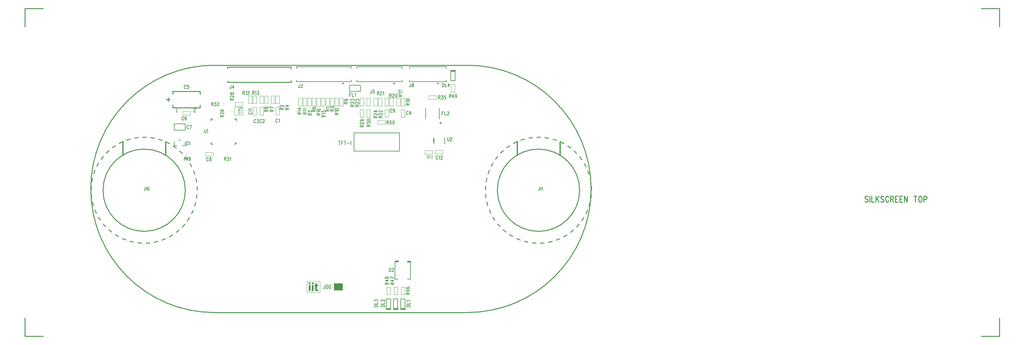
<source format=gbr>
*
*
G04 PADS VX.0 Build Number: 635560 generated Gerber (RS-274-X) file*
G04 PC Version=2.1*
*
%IN "JOG_v1.pcb"*%
*
%MOIN*%
*
%FSLAX35Y35*%
*
*
*
*
G04 PC Standard Apertures*
*
*
G04 Thermal Relief Aperture macro.*
%AMTER*
1,1,$1,0,0*
1,0,$1-$2,0,0*
21,0,$3,$4,0,0,45*
21,0,$3,$4,0,0,135*
%
*
*
G04 Annular Aperture macro.*
%AMANN*
1,1,$1,0,0*
1,0,$2,0,0*
%
*
*
G04 Odd Aperture macro.*
%AMODD*
1,1,$1,0,0*
1,0,$1-0.005,0,0*
%
*
*
G04 PC Custom Aperture Macros*
*
*
*
*
*
*
G04 PC Aperture Table*
*
%ADD010C,0.001*%
%ADD011C,0.004*%
%ADD012C,0.01*%
%ADD013C,0.00984*%
%ADD014C,0.006*%
%ADD015C,0.00591*%
%ADD016C,0.01575*%
%ADD017C,0.00787*%
%ADD018C,0.015*%
%ADD019C,0.01969*%
%ADD020C,0.00394*%
%ADD021C,0.01181*%
%ADD022C,0.008*%
%ADD023C,0.00472*%
%ADD024C,0.005*%
*
*
*
*
G04 PC Circuitry*
G04 Layer Name JOG_v1.pcb - circuitry*
%LPD*%
*
*
G04 PC Custom Flashes*
G04 Layer Name JOG_v1.pcb - flashes*
%LPD*%
*
*
G04 PC Circuitry*
G04 Layer Name JOG_v1.pcb - circuitry*
%LPD*%
*
G54D10*
G54D11*
G01X1744500Y1684200D02*
X1740500D01*
Y1675800*
X1744500*
Y1684200*
X1700500Y1663300D02*
X1704500D01*
Y1671700*
X1700500*
Y1663300*
X1715500D02*
X1719500D01*
Y1671700*
X1715500*
Y1663300*
X1866500Y1474200D02*
X1862500D01*
Y1465800*
X1866500*
Y1474200*
X1740500Y1663300D02*
X1744500D01*
Y1671700*
X1740500*
Y1663300*
X1915800Y1624500D02*
Y1620500D01*
X1924200*
Y1624500*
X1915800*
X1723000Y1663300D02*
X1727000D01*
Y1671700*
X1723000*
Y1663300*
X1878000Y1660800D02*
X1882000D01*
Y1669200*
X1878000*
Y1660800*
X1638300Y1667000D02*
Y1663000D01*
X1646700*
Y1667000*
X1638300*
X1663300Y1622000D02*
Y1618000D01*
X1671700*
Y1622000*
X1663300*
X1860500Y1660800D02*
X1864500D01*
Y1669200*
X1860500*
Y1660800*
X1795500Y1673300D02*
X1799500D01*
Y1681700*
X1795500*
Y1673300*
X1805500D02*
X1809500D01*
Y1681700*
X1805500*
Y1673300*
X1770500D02*
X1774500D01*
Y1681700*
X1770500*
Y1673300*
X1710500Y1675800D02*
X1714500D01*
Y1684200*
X1710500*
Y1675800*
X1719500Y1684200D02*
X1715500D01*
Y1675800*
X1719500*
Y1684200*
X1765500Y1673300D02*
X1769500D01*
Y1681700*
X1765500*
Y1673300*
X1790500D02*
X1794500D01*
Y1681700*
X1790500*
Y1673300*
X1785500D02*
X1789500D01*
Y1681700*
X1785500*
Y1673300*
X1873000D02*
X1877000D01*
Y1681700*
X1873000*
Y1673300*
X1882000Y1681700D02*
X1878000D01*
Y1673300*
X1882000*
Y1681700*
X1735500Y1675800D02*
X1739500D01*
Y1684200*
X1735500*
Y1675800*
X1865500Y1673300D02*
X1869500D01*
Y1681700*
X1865500*
Y1673300*
X1864500Y1681700D02*
X1860500D01*
Y1673300*
X1864500*
Y1681700*
X1853000Y1673300D02*
X1857000D01*
Y1681700*
X1853000*
Y1673300*
X1837000Y1681700D02*
X1833000D01*
Y1673300*
X1837000*
Y1681700*
X1852000D02*
X1848000D01*
Y1673300*
X1852000*
Y1681700*
X1844500D02*
X1840500D01*
Y1673300*
X1844500*
Y1681700*
X1695800Y1677000D02*
Y1673000D01*
X1704200*
Y1677000*
X1695800*
X1837000Y1669200D02*
X1833000D01*
Y1660800*
X1837000*
Y1669200*
X1800500Y1673300D02*
X1804500D01*
Y1681700*
X1800500*
Y1673300*
X1844500Y1669200D02*
X1840500D01*
Y1660800*
X1844500*
Y1669200*
X1908300Y1684500D02*
Y1680500D01*
X1916700*
Y1684500*
X1908300*
X1882000Y1474200D02*
X1878000D01*
Y1465800*
X1882000*
Y1474200*
X1874500D02*
X1870500D01*
Y1465800*
X1874500*
Y1474200*
X1933000Y1688300D02*
X1937000D01*
Y1696700*
X1933000*
Y1688300*
X1775500Y1673300D02*
X1779500D01*
Y1681700*
X1775500*
Y1673300*
X1852300Y1657000D02*
Y1653000D01*
X1860700*
Y1657000*
X1852300*
X1780500Y1673300D02*
X1784500D01*
Y1681700*
X1780500*
Y1673300*
X1728000Y1675800D02*
X1732000D01*
Y1684200*
X1728000*
Y1675800*
X1727000Y1684200D02*
X1723000D01*
Y1675800*
X1727000*
Y1684200*
X1810500Y1673300D02*
X1814500D01*
Y1681700*
X1810500*
Y1673300*
X1699000Y1671700D02*
X1695000D01*
Y1663300*
X1699000*
Y1671700*
X1912700Y1620000D02*
Y1624000D01*
X1904300*
Y1620000*
X1912700*
X1788295Y1480349D02*
Y1480336D01*
X1788352*
Y1480323*
X1788417*
Y1480310*
X1788469*
Y1480297*
X1788508*
Y1480284*
X1788534*
Y1480271*
X1788573*
Y1480258*
X1788599*
Y1480245*
X1788625*
Y1480232*
X1788651*
Y1480219*
X1788664*
Y1480206*
X1788690*
Y1480193*
X1788716*
Y1480180*
X1788729*
Y1480167*
X1788742*
Y1480154*
X1788768*
Y1480141*
X1788781*
Y1480128*
X1788794*
Y1480115*
X1788807*
Y1480102*
X1788820*
Y1480089*
X1788833*
Y1480076*
X1788846*
Y1480063*
X1788859*
Y1480049*
X1788872*
Y1480036*
X1788885*
Y1480023*
X1788898*
Y1479997*
X1788911*
Y1479984*
X1788924*
Y1479958*
X1788938*
X1788938D02*
Y1479945D01*
X1788938D02*
X1788951D01*
Y1479919*
X1788964*
Y1479893*
X1788977*
Y1479867*
X1788990*
Y1479841*
X1789003*
Y1479802*
X1789016*
Y1479763*
X1789029*
Y1479711*
X1789042*
Y1469138*
X1789029*
Y1469086*
X1789016*
Y1469047*
X1789003*
Y1469008*
X1788990*
Y1468982*
X1788977*
Y1468956*
X1788964*
Y1468930*
X1788951*
Y1468904*
X1788938*
X1788938D02*
Y1468891D01*
X1788938D02*
X1788924D01*
Y1468865*
X1788911*
Y1468852*
X1788898*
Y1468826*
X1788885*
Y1468813*
X1788872*
Y1468799*
X1788859*
Y1468786*
X1788846*
Y1468773*
X1788833*
Y1468760*
X1788820*
Y1468747*
X1788807*
Y1468734*
X1788794*
Y1468721*
X1788781*
Y1468708*
X1788768*
Y1468695*
X1788742*
Y1468682*
X1788729*
Y1468669*
X1788716*
Y1468656*
X1788690*
Y1468643*
X1788664*
Y1468630*
X1788651*
Y1468617*
X1788625*
Y1468604*
X1788599*
Y1468591*
X1788573*
Y1468578*
X1788534*
Y1468565*
X1788508*
Y1468552*
X1788456*
Y1468539*
X1788339*
Y1468526*
X1774888*
Y1479698*
X1774901*
Y1479763*
X1774914*
Y1479802*
X1774927*
Y1479841*
X1774940*
Y1479867*
X1774953*
Y1479893*
X1774966*
Y1479919*
X1774979*
Y1479945*
X1774992*
Y1479958*
X1775005*
Y1479984*
X1775018*
Y1479997*
X1775031*
Y1480010*
X1775044*
Y1480036*
X1775057*
Y1480049*
X1775070*
Y1480063*
X1775083*
Y1480076*
X1775096*
Y1480089*
X1775109*
Y1480102*
X1775122*
Y1480115*
X1775135*
Y1480128*
X1775148*
Y1480141*
X1775161*
Y1480154*
X1775187*
X1775187D02*
Y1480167D01*
X1775187D02*
X1775201D01*
Y1480180*
X1775227*
Y1480193*
X1775240*
Y1480206*
X1775266*
Y1480219*
X1775279*
Y1480232*
X1775305*
Y1480245*
X1775331*
Y1480258*
X1775357*
Y1480271*
X1775396*
Y1480284*
X1775422*
Y1480297*
X1775474*
Y1480310*
X1775513*
Y1480323*
X1775578*
Y1480336*
X1775634*
Y1480349*
X1788295*
X1785500Y1478500D02*
Y1476365D01*
X1787193*
Y1475362*
X1785500*
Y1471924*
X1785513*
Y1471781*
X1785526*
Y1471690*
X1785539*
Y1471638*
X1785552*
Y1471586*
X1785565*
Y1471534*
X1785578*
Y1471495*
X1785591*
Y1471469*
X1785604*
Y1471443*
X1785617*
Y1471417*
X1785630*
Y1471391*
X1785643*
Y1471365*
X1785656*
Y1471352*
X1785669*
Y1471326*
X1785682*
Y1471313*
X1785682D02*
X1785695D01*
X1785695D02*
Y1471299D01*
X1785708*
Y1471286*
X1785721*
Y1471273*
X1785734*
Y1471260*
X1785747*
Y1471247*
X1785760*
Y1471234*
X1785786*
Y1471221*
X1785799*
Y1471208*
X1785826*
Y1471195*
X1785852*
Y1471182*
X1785878*
Y1471169*
X1785904*
Y1471156*
X1785943*
Y1471143*
X1785995*
Y1471130*
X1786047*
Y1471117*
X1786138*
Y1471104*
X1786529*
Y1471117*
X1786646*
Y1471130*
X1786737*
Y1471143*
X1786802*
Y1471156*
X1786867*
Y1471169*
X1786932*
Y1471182*
X1786984*
Y1471195*
X1787036*
Y1471208*
X1787076*
Y1471221*
X1787128*
Y1471234*
X1787141*
Y1470206*
X1787115*
Y1470193*
X1787089*
Y1470180*
X1787049*
Y1470167*
X1787010*
Y1470154*
X1786971*
Y1470141*
X1786932*
Y1470128*
X1786880*
Y1470115*
X1786828*
Y1470102*
X1786776*
Y1470089*
X1786711*
Y1470076*
X1786646*
Y1470063*
X1786646D02*
X1786581D01*
X1786581D02*
Y1470049D01*
X1786503*
Y1470036*
X1786398*
Y1470023*
X1786294*
Y1470010*
X1786164*
Y1469997*
X1785982*
Y1469984*
X1785383*
Y1469997*
X1785266*
Y1470010*
X1785187*
X1785187D02*
Y1470023D01*
X1785187D02*
X1785122D01*
Y1470036*
X1785070*
Y1470049*
X1785018*
Y1470063*
X1785018D02*
X1784979D01*
X1784979D02*
Y1470076D01*
X1784940*
Y1470089*
X1784901*
Y1470102*
X1784862*
Y1470115*
X1784836*
Y1470128*
X1784797*
Y1470141*
X1784771*
Y1470154*
X1784745*
Y1470167*
X1784719*
Y1470180*
X1784693*
Y1470193*
X1784667*
Y1470206*
X1784641*
Y1470219*
X1784615*
Y1470232*
X1784602*
Y1470245*
X1784576*
Y1470258*
X1784563*
X1784563D02*
Y1470271D01*
X1784563D02*
X1784536D01*
Y1470284*
X1784523*
Y1470297*
X1784497*
Y1470310*
X1784484*
Y1470323*
X1784458*
Y1470336*
X1784445*
Y1470349*
X1784432*
Y1470362*
X1784419*
Y1470375*
X1784393*
Y1470388*
X1784380*
Y1470401*
X1784367*
Y1470414*
X1784354*
Y1470427*
X1784341*
Y1470440*
X1784328*
Y1470453*
X1784315*
Y1470466*
X1784302*
Y1470479*
X1784289*
Y1470492*
X1784276*
Y1470505*
X1784263*
Y1470518*
X1784250*
Y1470531*
X1784237*
Y1470544*
X1784224*
Y1470557*
X1784211*
Y1470570*
X1784198*
Y1470583*
X1784185*
Y1470596*
X1784172*
Y1470622*
X1784159*
Y1470635*
X1784146*
Y1470648*
X1784133*
Y1470674*
X1784120*
Y1470688*
X1784107*
Y1470701*
X1784094*
Y1470727*
X1784081*
Y1470740*
X1784068*
Y1470766*
X1784055*
Y1470779*
X1784042*
Y1470805*
X1784029*
Y1470831*
X1784016*
Y1470844*
X1784003*
Y1470870*
X1783990*
Y1470896*
X1783977*
Y1470922*
X1783964*
Y1470948*
X1783951*
Y1470974*
X1783937*
X1783937D02*
Y1471000D01*
X1783937D02*
X1783924D01*
Y1471039*
X1783911*
Y1471065*
X1783898*
Y1471091*
X1783885*
Y1471130*
X1783872*
Y1471169*
X1783859*
Y1471208*
X1783846*
Y1471247*
X1783833*
Y1471286*
X1783820*
Y1471339*
X1783807*
Y1471391*
X1783794*
Y1471443*
X1783781*
Y1471508*
X1783768*
Y1471573*
X1783755*
Y1471651*
X1783742*
Y1471755*
X1783729*
Y1471898*
X1783716*
Y1475375*
X1782948*
Y1476313*
X1783117*
Y1476326*
X1783352*
Y1476339*
X1783599*
Y1476352*
X1783781*
Y1476378*
X1783794*
Y1476430*
X1783807*
Y1476482*
X1783820*
Y1476521*
X1783833*
Y1476573*
X1783846*
Y1476612*
X1783859*
Y1476664*
X1783872*
Y1476716*
X1783885*
Y1476755*
X1783898*
Y1476807*
X1783911*
Y1476846*
X1783924*
Y1476898*
X1783937*
X1783937D02*
Y1476951D01*
X1783937D02*
X1783951D01*
Y1476990*
X1783964*
Y1477042*
X1783977*
Y1477081*
X1783990*
Y1477133*
X1784003*
Y1477185*
X1784016*
Y1477224*
X1784029*
Y1477276*
X1784042*
Y1477315*
X1784055*
Y1477367*
X1784068*
Y1477419*
X1784081*
Y1477458*
X1784094*
Y1477510*
X1784107*
Y1477549*
X1784120*
Y1477602*
X1784133*
Y1477654*
X1784146*
Y1477693*
X1784159*
Y1477745*
X1784172*
Y1477784*
X1784185*
Y1477836*
X1784198*
Y1477888*
X1784211*
Y1477927*
X1784224*
Y1477979*
X1784237*
Y1478018*
X1784250*
Y1478070*
X1784263*
Y1478122*
X1784276*
Y1478161*
X1784289*
Y1478214*
X1784302*
Y1478266*
X1784315*
Y1478305*
X1784328*
Y1478357*
X1784341*
Y1478396*
X1784354*
Y1478448*
X1784367*
Y1478500*
X1785500*
G54D12*
X1622500Y1682000D02*
Y1678000D01*
X1620500Y1680000D02*
X1624500D01*
X1814840Y1697835D02*
G75*
G03X1814840I-549J0D01*
G01X1757520Y1700866D02*
Y1699291D01*
X1687835*
Y1700472*
X1687441Y1714252D02*
Y1715827D01*
X1757520*
Y1713858*
X1870942Y1697835D02*
G03X1870942I-548J0D01*
G01X1919170D02*
G03X1919170I-548J0D01*
G01X1669331Y1632756D02*
Y1631181D01*
X1670906*
X1696890Y1657165D02*
Y1658740D01*
X1695315*
X1670906D02*
X1669331D01*
Y1657165*
X1695315Y1631181D02*
X1696890Y1632756D01*
X1641188Y1580500D02*
G03X1641188I-45188J0D01*
G01X1654216D02*
G03X1654081Y1584460I-58216J0D01*
G01X1653546Y1589306D02*
G03X1652814Y1593199I-57546J-8806D01*
G01X1651521Y1598006D02*
G03X1650202Y1601742I-55521J-17506D01*
G01X1648190Y1606294D02*
G03X1646314Y1609784I-52190J-25794D01*
G01X1643629Y1613974D02*
G03X1641242Y1617136I-47629J-33474D01*
G01X1637947Y1620867D02*
G03X1635105Y1623627I-41947J-40367D01*
G01X1631359Y1626747D02*
G03X1628131Y1629045I-35359J-46247D01*
G01X1623867Y1631612D02*
G03X1620326Y1633390I-27867J-51112D01*
G01X1615720Y1635274D02*
G03X1611949Y1636489I-19720J-54774D01*
G01X1607108Y1637646D02*
G03X1603196Y1638269I-11108J-57146D01*
G01X1598235Y1638673D02*
G03X1594273Y1638690I-2235J-58173D01*
G01X1589410Y1638342D02*
G03X1585491Y1637759I6590J-57842D01*
G01X1580638Y1636652D02*
G03X1576855Y1635478I15362J-56152D01*
G01X1572229Y1633641D02*
G03X1568669Y1631902I23771J-53141D01*
G01X1564379Y1629379D02*
G03X1561127Y1627115I31621J-48879D01*
G01X1557273Y1623966D02*
G03X1554406Y1621231I38727J-43466D01*
G01X1551144Y1617608D02*
G03X1548724Y1614471I44856J-37108D01*
G01X1545995Y1610309D02*
G03X1544083Y1606839I50005J-29809D01*
G01X1542023Y1602308D02*
G03X1540665Y1598586I53977J-21808D01*
G01X1539322Y1593794D02*
G03X1538549Y1589908I56678J-13294D01*
G01X1537956Y1584966D02*
G03X1537786Y1581008I58044J-4466D01*
G01X1537948Y1576135D02*
G03X1538379Y1572197I58052J4365D01*
G01X1539299Y1567305D02*
G03X1540328Y1563479I56701J13195D01*
G01X1541985Y1558786D02*
G03X1543587Y1555163I54015J21714D01*
G01X1545943Y1550778D02*
G03X1548080Y1547443I50057J29722D01*
G01X1551079Y1543470D02*
G03X1553702Y1540501I44921J37030D01*
G01X1557197Y1537102D02*
G03X1560239Y1534563I38803J43398D01*
G01X1564293Y1531676D02*
G03X1567688Y1529633I31707J48824D01*
G01X1572136Y1527400D02*
G03X1575803Y1525900I23864J53100D01*
G01X1580540Y1524374D02*
G03X1584394Y1523453I15460J56126D01*
G01X1589309Y1522670D02*
G03X1593258Y1522349I6691J57830D01*
G01X1598133Y1522323D02*
G03X1602085Y1522603I-2133J58177D01*
G01X1607008Y1523334D02*
G03X1610871Y1524216I-11008J57166D01*
G01X1615624Y1525692D02*
G03X1619307Y1527153I-19624J54808D01*
G01X1623778Y1529339D02*
G03X1627194Y1531347I-27778J51161D01*
G01X1631278Y1534191D02*
G03X1634346Y1536698I-35278J46309D01*
G01X1637877Y1540060D02*
G03X1640531Y1543002I-41877J40440D01*
G01X1643571Y1546943D02*
G03X1645743Y1550256I-47571J33557D01*
G01X1648145Y1554615D02*
G03X1649784Y1558222I-52145J25885D01*
G01X1651491Y1562897D02*
G03X1652560Y1566712I-55491J17603D01*
G01X1653531Y1571594D02*
G03X1654003Y1575527I-57531J8906D01*
G01X1572772Y1618689D02*
Y1634437D01*
X1572378Y1634043*
Y1618689*
X1572772*
X1619622Y1619083D02*
Y1634043D01*
X1619228Y1633650*
Y1619083*
X1619622*
X2074188Y1580500D02*
G03X2074188I-45188J0D01*
G01X2087216D02*
G03X2087081Y1584460I-58216J0D01*
G01X2086546Y1589306D02*
G03X2085814Y1593199I-57546J-8806D01*
G01X2084521Y1598006D02*
G03X2083202Y1601742I-55521J-17506D01*
G01X2081190Y1606294D02*
G03X2079314Y1609784I-52190J-25794D01*
G01X2076629Y1613974D02*
G03X2074242Y1617136I-47629J-33474D01*
G01X2070947Y1620867D02*
G03X2068105Y1623627I-41947J-40367D01*
G01X2064359Y1626747D02*
G03X2061131Y1629045I-35359J-46247D01*
G01X2056867Y1631612D02*
G03X2053326Y1633390I-27867J-51112D01*
G01X2048720Y1635274D02*
G03X2044949Y1636489I-19720J-54774D01*
G01X2040108Y1637646D02*
G03X2036196Y1638269I-11108J-57146D01*
G01X2031235Y1638673D02*
G03X2027273Y1638690I-2235J-58173D01*
G01X2022410Y1638342D02*
G03X2018491Y1637759I6590J-57842D01*
G01X2013638Y1636652D02*
G03X2009855Y1635478I15362J-56152D01*
G01X2005229Y1633641D02*
G03X2001669Y1631902I23771J-53141D01*
G01X1997379Y1629379D02*
G03X1994127Y1627115I31621J-48879D01*
G01X1990273Y1623966D02*
G03X1987406Y1621231I38727J-43466D01*
G01X1984144Y1617608D02*
G03X1981724Y1614471I44856J-37108D01*
G01X1978995Y1610309D02*
G03X1977083Y1606839I50005J-29809D01*
G01X1975023Y1602308D02*
G03X1973665Y1598586I53977J-21808D01*
G01X1972322Y1593794D02*
G03X1971549Y1589908I56678J-13294D01*
G01X1970956Y1584966D02*
G03X1970786Y1581008I58044J-4466D01*
G01X1970948Y1576135D02*
G03X1971379Y1572197I58052J4365D01*
G01X1972299Y1567305D02*
G03X1973328Y1563479I56701J13195D01*
G01X1974985Y1558786D02*
G03X1976587Y1555163I54015J21714D01*
G01X1978943Y1550778D02*
G03X1981080Y1547443I50057J29722D01*
G01X1984079Y1543470D02*
G03X1986702Y1540501I44921J37030D01*
G01X1990197Y1537102D02*
G03X1993239Y1534563I38803J43398D01*
G01X1997293Y1531676D02*
G03X2000688Y1529633I31707J48824D01*
G01X2005136Y1527400D02*
G03X2008803Y1525900I23864J53100D01*
G01X2013540Y1524374D02*
G03X2017394Y1523453I15460J56126D01*
G01X2022309Y1522670D02*
G03X2026258Y1522349I6691J57830D01*
G01X2031133Y1522323D02*
G03X2035085Y1522603I-2133J58177D01*
G01X2040008Y1523334D02*
G03X2043871Y1524216I-11008J57166D01*
G01X2048624Y1525692D02*
G03X2052307Y1527153I-19624J54808D01*
G01X2056778Y1529339D02*
G03X2060194Y1531347I-27778J51161D01*
G01X2064278Y1534191D02*
G03X2067346Y1536698I-35278J46309D01*
G01X2070877Y1540060D02*
G03X2073531Y1543002I-41877J40440D01*
G01X2076571Y1546943D02*
G03X2078743Y1550256I-47571J33557D01*
G01X2081145Y1554615D02*
G03X2082784Y1558222I-52145J25885D01*
G01X2084491Y1562897D02*
G03X2085560Y1566712I-55491J17603D01*
G01X2086531Y1571594D02*
G03X2087003Y1575527I-57531J8906D01*
G01X2005772Y1618689D02*
Y1634437D01*
X2005378Y1634043*
Y1618689*
X2005772*
X2052622Y1619083D02*
Y1634043D01*
X2052228Y1633650*
Y1619083*
X2052622*
X2390682Y1573125D02*
X2390227Y1573750D01*
X2389545Y1574063*
X2389545D02*
X2388636D01*
X2388636D02*
X2387955Y1573750D01*
X2387500Y1573125*
Y1572500*
X2387727Y1571875*
X2387955Y1571563*
X2387955D02*
X2388409Y1571250D01*
X2389773Y1570625*
X2390227Y1570313*
X2390227D02*
X2390455Y1570000D01*
X2390682Y1569375*
Y1568438*
X2390682D02*
X2390227Y1567813D01*
X2390227D02*
X2389545Y1567500D01*
X2388636*
X2387955Y1567813*
X2387955D02*
X2387500Y1568438D01*
X2392727Y1574063D02*
Y1567500D01*
X2394773Y1574063D02*
Y1567500D01*
X2397500*
X2399545Y1574063D02*
Y1567500D01*
X2402727Y1574063D02*
X2399545Y1569688D01*
X2400682Y1571250D02*
X2402727Y1567500D01*
X2407955Y1573125D02*
X2407500Y1573750D01*
X2406818Y1574063*
X2406818D02*
X2405909D01*
X2405909D02*
X2405227Y1573750D01*
X2404773Y1573125*
Y1572500*
X2405000Y1571875*
X2405227Y1571563*
X2405227D02*
X2405682Y1571250D01*
X2407045Y1570625*
X2407500Y1570313*
X2407500D02*
X2407727Y1570000D01*
X2407955Y1569375*
Y1568438*
X2407955D02*
X2407500Y1567813D01*
X2407500D02*
X2406818Y1567500D01*
X2405909*
X2405227Y1567813*
X2405227D02*
X2404773Y1568438D01*
X2413409Y1572500D02*
X2413182Y1573125D01*
X2412727Y1573750*
X2412273Y1574063*
X2412273D02*
X2411364D01*
X2411364D02*
X2410909Y1573750D01*
X2410455Y1573125*
X2410227Y1572500*
X2410000Y1571563*
X2410000D02*
Y1570000D01*
X2410227Y1569063*
X2410227D02*
X2410455Y1568438D01*
X2410455D02*
X2410909Y1567813D01*
X2410909D02*
X2411364Y1567500D01*
X2412273*
X2412727Y1567813*
X2412727D02*
X2413182Y1568438D01*
X2413182D02*
X2413409Y1569063D01*
X2415455Y1574063D02*
Y1567500D01*
Y1574063D02*
X2417500D01*
X2417500D02*
X2418182Y1573750D01*
X2418409Y1573438*
X2418409D02*
X2418636Y1572813D01*
X2418636D02*
Y1572188D01*
X2418636D02*
X2418409Y1571563D01*
X2418409D02*
X2418182Y1571250D01*
X2417500Y1570938*
X2417500D02*
X2415455D01*
X2417045D02*
X2418636Y1567500D01*
X2420682Y1574063D02*
Y1567500D01*
Y1574063D02*
X2423636D01*
X2420682Y1570938D02*
X2422500D01*
X2420682Y1567500D02*
X2423636D01*
X2425682Y1574063D02*
Y1567500D01*
Y1574063D02*
X2428636D01*
X2425682Y1570938D02*
X2427500D01*
X2425682Y1567500D02*
X2428636D01*
X2430682Y1574063D02*
Y1567500D01*
Y1574063D02*
X2433864Y1567500D01*
Y1574063D02*
Y1567500D01*
X2442727Y1574063D02*
Y1567500D01*
X2441136Y1574063D02*
X2444318D01*
X2447727D02*
X2447273Y1573750D01*
X2446818Y1573125*
X2446591Y1572500*
X2446364Y1571563*
X2446364D02*
Y1570000D01*
X2446591Y1569063*
X2446591D02*
X2446818Y1568438D01*
X2446818D02*
X2447273Y1567813D01*
X2447273D02*
X2447727Y1567500D01*
X2448636*
X2449091Y1567813*
X2449091D02*
X2449545Y1568438D01*
X2449545D02*
X2449773Y1569063D01*
X2449773D02*
X2450000Y1570000D01*
Y1571563*
X2450000D02*
X2449773Y1572500D01*
X2449545Y1573125*
X2449091Y1573750*
X2448636Y1574063*
X2448636D02*
X2447727D01*
X2452045D02*
Y1567500D01*
Y1574063D02*
X2454091D01*
X2454091D02*
X2454773Y1573750D01*
X2455000Y1573438*
X2455000D02*
X2455227Y1572813D01*
X2455227D02*
Y1571875D01*
X2455000Y1571250*
X2454773Y1570938*
X2454773D02*
X2454091Y1570625D01*
X2452045*
X1673001Y1446142D02*
X1950955D01*
G03Y1717795I0J135827*
G01X1673001*
X1672971D02*
G03Y1446142I237J-135826D01*
G01X1465000Y1440000D02*
Y1420000D01*
X1485000*
Y1780000D02*
X1465000D01*
Y1760000*
X2535000D02*
Y1780000D01*
X2515000*
Y1420000D02*
X2535000D01*
Y1440000*
G54D13*
X1627421Y1674094D02*
Y1671142D01*
X1657500*
Y1674291*
X1627539Y1685906D02*
Y1689055D01*
X1657500*
Y1685827*
G54D14*
X1641024Y1646575D02*
X1628976D01*
Y1653425*
X1641024*
Y1646575*
X1877598Y1450184D02*
X1882323D01*
Y1461102*
X1877598*
Y1450184*
X1869724D02*
X1874449D01*
Y1461102*
X1869724*
Y1450184*
X1861850D02*
X1866575D01*
Y1461102*
X1861850*
Y1450184*
X1937441Y1711784D02*
X1932717D01*
Y1700866*
X1937441*
Y1711784*
X1833524Y1689075D02*
X1821476D01*
Y1695925*
X1833524*
Y1689075*
X1813800Y1477700D02*
X1804700D01*
Y1470900*
X1813800*
Y1477700*
X1804700Y1477379D02*
X1813800D01*
X1804700Y1476839D02*
X1813800D01*
X1804700Y1476299D02*
X1813800D01*
X1804700Y1475759D02*
X1813800D01*
X1804700Y1475219D02*
X1813800D01*
X1804700Y1474679D02*
X1813800D01*
X1804700Y1474139D02*
X1813800D01*
X1804700Y1473599D02*
X1813800D01*
X1804700Y1473059D02*
X1813800D01*
X1804700Y1472519D02*
X1813800D01*
X1804700Y1471979D02*
X1813800D01*
X1804700Y1471439D02*
X1813800D01*
G54D15*
X1638000Y1629547D02*
X1641102D01*
Y1633681*
X1632000Y1629547D02*
X1628898D01*
Y1633681*
X1636181Y1635453D02*
X1633819D01*
X1823307Y1701654D02*
Y1699685D01*
X1763386*
Y1701654*
X1823307Y1714252D02*
Y1716220D01*
X1763386*
Y1714252*
X1879449Y1701654D02*
Y1699685D01*
X1829291*
Y1701654*
X1879370Y1714252D02*
Y1716220D01*
X1829252*
Y1714252*
X1927598Y1701654D02*
Y1699685D01*
X1887441*
Y1701654*
X1927598Y1714252D02*
Y1716220D01*
X1887441*
Y1714252*
G54D16*
X1888071Y1502146D02*
X1885315D01*
X1874882Y1502343D02*
X1871929D01*
G54D17*
X1884921Y1502146D02*
X1888465D01*
Y1482854*
X1884921*
X1875079Y1502146D02*
X1871535D01*
Y1482854*
X1874882*
X1905020Y1658898D02*
Y1670315D01*
X1919980D02*
Y1658898D01*
X1826338Y1643464D02*
X1876338D01*
Y1623464*
X1826338*
Y1643464*
X1914094Y1638346D02*
Y1631604D01*
X1925906Y1638543D02*
Y1631457D01*
G54D18*
X1877992Y1450276D02*
X1881929D01*
X1870118D02*
X1874055D01*
X1862244D02*
X1866181D01*
X1937047Y1711692D02*
X1933110D01*
G54D19*
X1921358Y1654370D02*
G03X1921358I-197J0D01*
G54D20*
G01X1692524Y1667106D02*
Y1667933D01*
X1690555Y1667106D02*
Y1667933D01*
X1642894Y1621024D02*
X1642067D01*
X1642894Y1619055D02*
X1642067D01*
X1687894Y1621024D02*
X1687067D01*
X1687894Y1619055D02*
X1687067D01*
X1683394Y1676024D02*
X1682567D01*
X1683394Y1674055D02*
X1682567D01*
G54D21*
X1914094Y1636378D02*
Y1633819D01*
G54D22*
X1679563Y1661000D02*
X1683500D01*
X1679563D02*
Y1662227D01*
X1679563D02*
X1679750Y1662636D01*
X1679938Y1662773*
X1679938D02*
X1680313Y1662909D01*
X1680313D02*
X1680688D01*
X1680688D02*
X1681063Y1662773D01*
X1681063D02*
X1681250Y1662636D01*
X1681438Y1662227*
X1681438D02*
Y1661000D01*
Y1661955D02*
X1683500Y1662909D01*
X1680500Y1664273D02*
X1680313D01*
X1680313D02*
X1679938Y1664409D01*
X1679938D02*
X1679750Y1664545D01*
X1679563Y1664818*
X1679563D02*
Y1665364D01*
X1679563D02*
X1679750Y1665636D01*
X1679938Y1665773*
X1679938D02*
X1680313Y1665909D01*
X1680313D02*
X1680688D01*
X1680688D02*
X1681063Y1665773D01*
X1681063D02*
X1681625Y1665500D01*
X1683500Y1664136*
Y1666045*
X1680125Y1668909D02*
X1679750Y1668773D01*
X1679563Y1668364*
X1679563D02*
Y1668091D01*
X1679563D02*
X1679750Y1667682D01*
X1680313Y1667409*
X1680313D02*
X1681250Y1667273D01*
X1682188*
X1682188D02*
X1682938Y1667409D01*
X1682938D02*
X1683313Y1667682D01*
X1683313D02*
X1683500Y1668091D01*
Y1668227*
X1683313Y1668636*
X1683313D02*
X1682938Y1668909D01*
X1682938D02*
X1682375Y1669045D01*
X1682188*
X1682188D02*
X1681625Y1668909D01*
X1681250Y1668636*
X1681063Y1668227*
X1681063D02*
Y1668091D01*
X1681063D02*
X1681250Y1667682D01*
X1681625Y1667409*
X1682188Y1667273*
X1632500Y1666812D02*
X1632227Y1666625D01*
X1631818Y1666062*
X1631818D02*
Y1670000D01*
X1751062Y1669000D02*
X1755000D01*
X1751062D02*
Y1670227D01*
X1751062D02*
X1751250Y1670636D01*
X1751437Y1670773*
X1751437D02*
X1751812Y1670909D01*
X1751812D02*
X1752187D01*
X1752187D02*
X1752562Y1670773D01*
X1752562D02*
X1752750Y1670636D01*
X1752937Y1670227*
X1752937D02*
Y1669000D01*
Y1669955D02*
X1755000Y1670909D01*
X1751062Y1673500D02*
X1753687Y1672136D01*
X1753687D02*
Y1674182D01*
X1751062Y1673500D02*
X1755000D01*
X1711500Y1666045D02*
X1711125Y1665909D01*
X1710750Y1665636*
X1710562Y1665364*
X1710562D02*
Y1664818D01*
X1710562D02*
X1710750Y1664545D01*
X1711125Y1664273*
X1711500Y1664136*
X1712062Y1664000*
X1712062D02*
X1713000D01*
X1713562Y1664136*
X1713562D02*
X1713937Y1664273D01*
X1713937D02*
X1714312Y1664545D01*
X1714312D02*
X1714500Y1664818D01*
Y1665364*
X1714312Y1665636*
X1714312D02*
X1713937Y1665909D01*
X1713937D02*
X1713562Y1666045D01*
X1711312Y1667273D02*
X1711125Y1667545D01*
X1710562Y1667955*
X1710562D02*
X1714500D01*
X1711312Y1669182D02*
X1711125Y1669455D01*
X1710562Y1669864*
X1710562D02*
X1714500D01*
X1718545Y1657500D02*
X1718409Y1657875D01*
X1718136Y1658250*
X1717864Y1658438*
X1717864D02*
X1717318D01*
X1717318D02*
X1717045Y1658250D01*
X1716773Y1657875*
X1716636Y1657500*
X1716500Y1656938*
X1716500D02*
Y1656000D01*
X1716636Y1655438*
X1716636D02*
X1716773Y1655063D01*
X1716773D02*
X1717045Y1654688D01*
X1717045D02*
X1717318Y1654500D01*
X1717864*
X1718136Y1654688*
X1718136D02*
X1718409Y1655063D01*
X1718409D02*
X1718545Y1655438D01*
X1720045Y1658438D02*
X1721545D01*
X1721545D02*
X1720727Y1656938D01*
X1720727D02*
X1721136D01*
X1721136D02*
X1721409Y1656750D01*
X1721545Y1656563*
X1721545D02*
X1721682Y1656000D01*
Y1655625*
X1721545Y1655063*
X1721545D02*
X1721273Y1654688D01*
X1721273D02*
X1720864Y1654500D01*
X1720455*
X1720045Y1654688*
X1720045D02*
X1719909Y1654875D01*
X1719773Y1655250*
X1860562Y1477000D02*
X1864500D01*
X1860562D02*
Y1478227D01*
X1860562D02*
X1860750Y1478636D01*
X1860937Y1478773*
X1860937D02*
X1861312Y1478909D01*
X1861312D02*
X1861687D01*
X1861687D02*
X1862062Y1478773D01*
X1862062D02*
X1862250Y1478636D01*
X1862437Y1478227*
X1862437D02*
Y1477000D01*
Y1477955D02*
X1864500Y1478909D01*
X1860562Y1481500D02*
X1863187Y1480136D01*
X1863187D02*
Y1482182D01*
X1860562Y1481500D02*
X1864500D01*
X1860562Y1484091D02*
X1860750Y1483682D01*
X1861125Y1483545*
X1861500*
X1861875Y1483682*
X1862062Y1483955*
X1862062D02*
X1862250Y1484500D01*
X1862437Y1484909*
X1862437D02*
X1862812Y1485182D01*
X1862812D02*
X1863187Y1485318D01*
X1863187D02*
X1863750D01*
X1864125Y1485182*
X1864312Y1485045*
X1864312D02*
X1864500Y1484636D01*
Y1484091*
X1864312Y1483682*
X1864312D02*
X1864125Y1483545D01*
X1863750Y1483409*
X1863187*
X1863187D02*
X1862812Y1483545D01*
X1862812D02*
X1862437Y1483818D01*
X1862437D02*
X1862250Y1484227D01*
X1862062Y1484773*
X1862062D02*
X1861875Y1485045D01*
X1861500Y1485182*
X1861125*
X1860750Y1485045*
X1860562Y1484636*
X1860562D02*
Y1484091D01*
X1742545Y1658000D02*
X1742409Y1658375D01*
X1742136Y1658750*
X1741864Y1658938*
X1741864D02*
X1741318D01*
X1741318D02*
X1741045Y1658750D01*
X1740773Y1658375*
X1740636Y1658000*
X1740500Y1657438*
X1740500D02*
Y1656500D01*
X1740636Y1655938*
X1740636D02*
X1740773Y1655563D01*
X1740773D02*
X1741045Y1655188D01*
X1741045D02*
X1741318Y1655000D01*
X1741864*
X1742136Y1655188*
X1742136D02*
X1742409Y1655563D01*
X1742409D02*
X1742545Y1655938D01*
X1743773Y1658188D02*
X1744045Y1658375D01*
X1744455Y1658938*
X1744455D02*
Y1655000D01*
X1918545Y1617500D02*
X1918409Y1617875D01*
X1918136Y1618250*
X1917864Y1618438*
X1917864D02*
X1917318D01*
X1917318D02*
X1917045Y1618250D01*
X1916773Y1617875*
X1916636Y1617500*
X1916500Y1616938*
X1916500D02*
Y1616000D01*
X1916636Y1615438*
X1916636D02*
X1916773Y1615063D01*
X1916773D02*
X1917045Y1614688D01*
X1917045D02*
X1917318Y1614500D01*
X1917864*
X1918136Y1614688*
X1918136D02*
X1918409Y1615063D01*
X1918409D02*
X1918545Y1615438D01*
X1919773Y1617688D02*
X1920045Y1617875D01*
X1920455Y1618438*
X1920455D02*
Y1614500D01*
X1921818Y1617500D02*
Y1617688D01*
X1921818D02*
X1921955Y1618063D01*
X1921955D02*
X1922091Y1618250D01*
X1922364Y1618438*
X1922364D02*
X1922909D01*
X1922909D02*
X1923182Y1618250D01*
X1923318Y1618063*
X1923318D02*
X1923455Y1617688D01*
X1923455D02*
Y1617313D01*
X1923455D02*
X1923318Y1616938D01*
X1923318D02*
X1923045Y1616375D01*
X1921682Y1614500*
X1923591*
X1725045Y1657500D02*
X1724909Y1657875D01*
X1724636Y1658250*
X1724364Y1658438*
X1724364D02*
X1723818D01*
X1723818D02*
X1723545Y1658250D01*
X1723273Y1657875*
X1723136Y1657500*
X1723000Y1656938*
X1723000D02*
Y1656000D01*
X1723136Y1655438*
X1723136D02*
X1723273Y1655063D01*
X1723273D02*
X1723545Y1654688D01*
X1723545D02*
X1723818Y1654500D01*
X1724364*
X1724636Y1654688*
X1724636D02*
X1724909Y1655063D01*
X1724909D02*
X1725045Y1655438D01*
X1726409Y1657500D02*
Y1657688D01*
X1726409D02*
X1726545Y1658063D01*
X1726545D02*
X1726682Y1658250D01*
X1726955Y1658438*
X1726955D02*
X1727500D01*
X1727500D02*
X1727773Y1658250D01*
X1727909Y1658063*
X1727909D02*
X1728045Y1657688D01*
X1728045D02*
Y1657313D01*
X1728045D02*
X1727909Y1656938D01*
X1727909D02*
X1727636Y1656375D01*
X1726273Y1654500*
X1728182*
X1886045Y1666500D02*
X1885909Y1666875D01*
X1885636Y1667250*
X1885364Y1667438*
X1884818*
X1884545Y1667250*
X1884273Y1666875*
X1884136Y1666500*
X1884000Y1665938*
Y1665000*
X1884136Y1664438*
X1884273Y1664063*
X1884545Y1663688*
X1884818Y1663500*
X1885364*
X1885636Y1663688*
X1885909Y1664063*
X1886045Y1664438*
X1888636Y1667438D02*
X1887273Y1664813D01*
X1889318*
X1888636Y1667438D02*
Y1663500D01*
X1642045Y1695000D02*
X1641909Y1695375D01*
X1641636Y1695750*
X1641364Y1695938*
X1641364D02*
X1640818D01*
X1640818D02*
X1640545Y1695750D01*
X1640273Y1695375*
X1640136Y1695000*
X1640000Y1694438*
X1640000D02*
Y1693500D01*
X1640136Y1692938*
X1640136D02*
X1640273Y1692563D01*
X1640273D02*
X1640545Y1692188D01*
X1640545D02*
X1640818Y1692000D01*
X1641364*
X1641636Y1692188*
X1641636D02*
X1641909Y1692563D01*
X1641909D02*
X1642045Y1692938D01*
X1645045Y1695938D02*
X1643682D01*
X1643682D02*
X1643545Y1694250D01*
X1643682Y1694438*
X1643682D02*
X1644091Y1694625D01*
X1644500*
X1644909Y1694438*
X1644909D02*
X1645182Y1694063D01*
X1645182D02*
X1645318Y1693500D01*
X1645182Y1693125*
X1645045Y1692563*
X1645045D02*
X1644773Y1692188D01*
X1644773D02*
X1644364Y1692000D01*
X1643955*
X1643545Y1692188*
X1643545D02*
X1643409Y1692375D01*
X1643273Y1692750*
X1639545Y1660500D02*
X1639409Y1660875D01*
X1639136Y1661250*
X1638864Y1661438*
X1638864D02*
X1638318D01*
X1638318D02*
X1638045Y1661250D01*
X1637773Y1660875*
X1637636Y1660500*
X1637500Y1659938*
X1637500D02*
Y1659000D01*
X1637636Y1658438*
X1637636D02*
X1637773Y1658063D01*
X1637773D02*
X1638045Y1657688D01*
X1638045D02*
X1638318Y1657500D01*
X1638864*
X1639136Y1657688*
X1639136D02*
X1639409Y1658063D01*
X1639409D02*
X1639545Y1658438D01*
X1642409Y1660875D02*
X1642273Y1661250D01*
X1641864Y1661438*
X1641864D02*
X1641591D01*
X1641591D02*
X1641182Y1661250D01*
X1640909Y1660688*
X1640909D02*
X1640773Y1659750D01*
Y1658813*
X1640773D02*
X1640909Y1658063D01*
X1640909D02*
X1641182Y1657688D01*
X1641182D02*
X1641591Y1657500D01*
X1641727*
X1642136Y1657688*
X1642136D02*
X1642409Y1658063D01*
X1642409D02*
X1642545Y1658625D01*
Y1658813*
X1642545D02*
X1642409Y1659375D01*
X1642136Y1659750*
X1641727Y1659938*
X1641727D02*
X1641591D01*
X1641591D02*
X1641182Y1659750D01*
X1640909Y1659375*
X1640773Y1658813*
X1645045Y1651000D02*
X1644909Y1651375D01*
X1644636Y1651750*
X1644364Y1651938*
X1643818*
X1643545Y1651750*
X1643273Y1651375*
X1643136Y1651000*
X1643000Y1650438*
Y1649500*
X1643136Y1648938*
X1643273Y1648563*
X1643545Y1648188*
X1643818Y1648000*
X1644364*
X1644636Y1648188*
X1644909Y1648563*
X1645045Y1648938*
X1648182Y1651938D02*
X1646818Y1648000D01*
X1646273Y1651938D02*
X1648182D01*
X1666545Y1615500D02*
X1666409Y1615875D01*
X1666136Y1616250*
X1665864Y1616438*
X1665864D02*
X1665318D01*
X1665318D02*
X1665045Y1616250D01*
X1664773Y1615875*
X1664636Y1615500*
X1664500Y1614938*
X1664500D02*
Y1614000D01*
X1664636Y1613438*
X1664636D02*
X1664773Y1613063D01*
X1664773D02*
X1665045Y1612688D01*
X1665045D02*
X1665318Y1612500D01*
X1665864*
X1666136Y1612688*
X1666136D02*
X1666409Y1613063D01*
X1666409D02*
X1666545Y1613438D01*
X1668455Y1616438D02*
X1668045Y1616250D01*
X1667909Y1615875*
Y1615500*
X1668045Y1615125*
X1668318Y1614938*
X1668318D02*
X1668864Y1614750D01*
X1669273Y1614563*
X1669273D02*
X1669545Y1614188D01*
X1669545D02*
X1669682Y1613813D01*
X1669682D02*
Y1613250D01*
X1669545Y1612875*
X1669409Y1612688*
X1669409D02*
X1669000Y1612500D01*
X1668455*
X1668045Y1612688*
X1668045D02*
X1667909Y1612875D01*
X1667773Y1613250*
Y1613813*
X1667773D02*
X1667909Y1614188D01*
X1667909D02*
X1668182Y1614563D01*
X1668182D02*
X1668591Y1614750D01*
X1669136Y1614938*
X1669136D02*
X1669409Y1615125D01*
X1669545Y1615500*
Y1615875*
X1669409Y1616250*
X1669000Y1616438*
X1669000D02*
X1668455D01*
X1868045Y1669000D02*
X1867909Y1669375D01*
X1867636Y1669750*
X1867364Y1669938*
X1867364D02*
X1866818D01*
X1866818D02*
X1866545Y1669750D01*
X1866273Y1669375*
X1866136Y1669000*
X1866000Y1668438*
X1866000D02*
Y1667500D01*
X1866136Y1666938*
X1866136D02*
X1866273Y1666563D01*
X1866273D02*
X1866545Y1666188D01*
X1866545D02*
X1866818Y1666000D01*
X1867364*
X1867636Y1666188*
X1867636D02*
X1867909Y1666563D01*
X1867909D02*
X1868045Y1666938D01*
X1871045Y1668625D02*
X1870909Y1668063D01*
X1870909D02*
X1870636Y1667688D01*
X1870636D02*
X1870227Y1667500D01*
X1870091*
X1869682Y1667688*
X1869682D02*
X1869409Y1668063D01*
X1869409D02*
X1869273Y1668625D01*
Y1668813*
X1869273D02*
X1869409Y1669375D01*
X1869682Y1669750*
X1870091Y1669938*
X1870091D02*
X1870227D01*
X1870227D02*
X1870636Y1669750D01*
X1870909Y1669375*
X1871045Y1668625*
Y1667688*
X1871045D02*
X1870909Y1666750D01*
X1870636Y1666188*
X1870636D02*
X1870227Y1666000D01*
X1869955*
X1869545Y1666188*
X1869545D02*
X1869409Y1666563D01*
X1642500Y1633938D02*
Y1630000D01*
Y1633938D02*
X1643455D01*
X1643864Y1633750*
X1644136Y1633375*
X1644273Y1633000*
X1644409Y1632438*
Y1631500*
X1644273Y1630938*
X1644136Y1630563*
X1643864Y1630188*
X1643455Y1630000*
X1642500*
X1645636Y1633188D02*
X1645909Y1633375D01*
X1646318Y1633938*
Y1630000*
X1865000Y1494938D02*
Y1491000D01*
Y1494938D02*
X1865955D01*
X1865955D02*
X1866364Y1494750D01*
X1866636Y1494375*
X1866773Y1494000*
X1866909Y1493438*
X1866909D02*
Y1492500D01*
X1866773Y1491938*
X1866773D02*
X1866636Y1491563D01*
X1866636D02*
X1866364Y1491188D01*
X1866364D02*
X1865955Y1491000D01*
X1865000*
X1868273Y1494000D02*
Y1494188D01*
X1868273D02*
X1868409Y1494563D01*
X1868409D02*
X1868545Y1494750D01*
X1868818Y1494938*
X1868818D02*
X1869364D01*
X1869364D02*
X1869636Y1494750D01*
X1869773Y1494563*
X1869773D02*
X1869909Y1494188D01*
X1869909D02*
Y1493813D01*
X1869909D02*
X1869773Y1493438D01*
X1869773D02*
X1869500Y1492875D01*
X1868136Y1491000*
X1870045*
X1884062Y1452500D02*
X1888000D01*
X1884062D02*
Y1453455D01*
X1884062D02*
X1884250Y1453864D01*
X1884625Y1454136*
X1885000Y1454273*
X1885562Y1454409*
X1885562D02*
X1886500D01*
X1887062Y1454273*
X1887062D02*
X1887437Y1454136D01*
X1887437D02*
X1887812Y1453864D01*
X1887812D02*
X1888000Y1453455D01*
Y1452500*
X1884062Y1455636D02*
X1888000D01*
Y1457273*
X1884812Y1458500D02*
X1884625Y1458773D01*
X1884062Y1459182*
X1884062D02*
X1888000D01*
X1856062Y1452500D02*
X1860000D01*
X1856062D02*
Y1453455D01*
X1856062D02*
X1856250Y1453864D01*
X1856625Y1454136*
X1857000Y1454273*
X1857562Y1454409*
X1857562D02*
X1858500D01*
X1859062Y1454273*
X1859062D02*
X1859437Y1454136D01*
X1859437D02*
X1859812Y1453864D01*
X1859812D02*
X1860000Y1453455D01*
Y1452500*
X1856062Y1455636D02*
X1860000D01*
Y1457273*
X1857000Y1458636D02*
X1856812D01*
X1856812D02*
X1856437Y1458773D01*
X1856437D02*
X1856250Y1458909D01*
X1856062Y1459182*
X1856062D02*
Y1459727D01*
X1856062D02*
X1856250Y1460000D01*
X1856437Y1460136*
X1856437D02*
X1856812Y1460273D01*
X1856812D02*
X1857187D01*
X1857187D02*
X1857562Y1460136D01*
X1857562D02*
X1858125Y1459864D01*
X1860000Y1458500*
Y1460409*
X1848562Y1452500D02*
X1852500D01*
X1848562D02*
Y1453455D01*
X1848562D02*
X1848750Y1453864D01*
X1849125Y1454136*
X1849500Y1454273*
X1850062Y1454409*
X1850062D02*
X1851000D01*
X1851562Y1454273*
X1851562D02*
X1851937Y1454136D01*
X1851937D02*
X1852312Y1453864D01*
X1852312D02*
X1852500Y1453455D01*
Y1452500*
X1848562Y1455636D02*
X1852500D01*
Y1457273*
X1848562Y1458773D02*
Y1460273D01*
X1848562D02*
X1850062Y1459455D01*
X1850062D02*
Y1459864D01*
X1850062D02*
X1850250Y1460136D01*
X1850437Y1460273*
X1850437D02*
X1851000Y1460409D01*
X1851375*
X1851937Y1460273*
X1851937D02*
X1852312Y1460000D01*
X1852312D02*
X1852500Y1459591D01*
Y1459182*
X1852312Y1458773*
X1852312D02*
X1852125Y1458636D01*
X1851750Y1458500*
X1923500Y1697938D02*
Y1694000D01*
Y1697938D02*
X1924455D01*
X1924455D02*
X1924864Y1697750D01*
X1925136Y1697375*
X1925273Y1697000*
X1925409Y1696438*
X1925409D02*
Y1695500D01*
X1925273Y1694938*
X1925273D02*
X1925136Y1694563D01*
X1925136D02*
X1924864Y1694188D01*
X1924864D02*
X1924455Y1694000D01*
X1923500*
X1926636Y1697938D02*
Y1694000D01*
X1928273*
X1930864Y1697938D02*
X1929500Y1695313D01*
X1929500D02*
X1931545D01*
X1930864Y1697938D02*
Y1694000D01*
X1821500Y1687438D02*
Y1683500D01*
Y1687438D02*
X1823273D01*
X1821500Y1685563D02*
X1822591D01*
X1824500Y1687438D02*
Y1683500D01*
X1826136*
X1827364Y1686688D02*
X1827636Y1686875D01*
X1828045Y1687438*
X1828045D02*
Y1683500D01*
X1923000Y1666938D02*
Y1663000D01*
Y1666938D02*
X1924773D01*
X1923000Y1665063D02*
X1924091D01*
X1926000Y1666938D02*
Y1663000D01*
X1927636*
X1929000Y1666000D02*
Y1666188D01*
X1929136Y1666563*
X1929273Y1666750*
X1929545Y1666938*
X1930091*
X1930364Y1666750*
X1930500Y1666563*
X1930636Y1666188*
Y1665813*
X1930500Y1665438*
X1930227Y1664875*
X1928864Y1663000*
X1930773*
X1766864Y1696938D02*
Y1693938D01*
X1766864D02*
X1766727Y1693375D01*
X1766591Y1693188*
X1766591D02*
X1766318Y1693000D01*
X1766045*
X1765773Y1693188*
X1765773D02*
X1765636Y1693375D01*
X1765500Y1693938*
X1765500D02*
Y1694313D01*
X1768227Y1696000D02*
Y1696188D01*
X1768227D02*
X1768364Y1696563D01*
X1768364D02*
X1768500Y1696750D01*
X1768773Y1696938*
X1768773D02*
X1769318D01*
X1769318D02*
X1769591Y1696750D01*
X1769727Y1696563*
X1769727D02*
X1769864Y1696188D01*
X1769864D02*
Y1695813D01*
X1769864D02*
X1769727Y1695438D01*
X1769727D02*
X1769455Y1694875D01*
X1768091Y1693000*
X1770000*
X1691364Y1695938D02*
Y1692938D01*
X1691364D02*
X1691227Y1692375D01*
X1691091Y1692188*
X1691091D02*
X1690818Y1692000D01*
X1690545*
X1690273Y1692188*
X1690273D02*
X1690136Y1692375D01*
X1690000Y1692938*
X1690000D02*
Y1693313D01*
X1693955Y1695938D02*
X1692591Y1693313D01*
X1692591D02*
X1694636D01*
X1693955Y1695938D02*
Y1692000D01*
X1845864Y1690938D02*
Y1687938D01*
X1845864D02*
X1845727Y1687375D01*
X1845591Y1687188*
X1845591D02*
X1845318Y1687000D01*
X1845045*
X1844773Y1687188*
X1844773D02*
X1844636Y1687375D01*
X1844500Y1687938*
X1844500D02*
Y1688313D01*
X1848864Y1690938D02*
X1847500D01*
X1847500D02*
X1847364Y1689250D01*
X1847500Y1689438*
X1847500D02*
X1847909Y1689625D01*
X1848318*
X1848727Y1689438*
X1848727D02*
X1849000Y1689063D01*
X1849000D02*
X1849136Y1688500D01*
X1849000Y1688125*
X1848864Y1687563*
X1848864D02*
X1848591Y1687188D01*
X1848591D02*
X1848182Y1687000D01*
X1847773*
X1847364Y1687188*
X1847364D02*
X1847227Y1687375D01*
X1847091Y1687750*
X1888864Y1697938D02*
Y1694938D01*
X1888864D02*
X1888727Y1694375D01*
X1888591Y1694188*
X1888591D02*
X1888318Y1694000D01*
X1888045*
X1887773Y1694188*
X1887773D02*
X1887636Y1694375D01*
X1887500Y1694938*
X1887500D02*
Y1695313D01*
X1890773Y1697938D02*
X1890364Y1697750D01*
X1890227Y1697375*
Y1697000*
X1890364Y1696625*
X1890636Y1696438*
X1890636D02*
X1891182Y1696250D01*
X1891591Y1696063*
X1891591D02*
X1891864Y1695688D01*
X1891864D02*
X1892000Y1695313D01*
X1892000D02*
Y1694750D01*
X1891864Y1694375*
X1891727Y1694188*
X1891727D02*
X1891318Y1694000D01*
X1890773*
X1890364Y1694188*
X1890364D02*
X1890227Y1694375D01*
X1890091Y1694750*
Y1695313*
X1890091D02*
X1890227Y1695688D01*
X1890227D02*
X1890500Y1696063D01*
X1890500D02*
X1890909Y1696250D01*
X1891455Y1696438*
X1891455D02*
X1891727Y1696625D01*
X1891864Y1697000*
Y1697375*
X1891727Y1697750*
X1891318Y1697938*
X1891318D02*
X1890773D01*
X1795562Y1667500D02*
X1799500D01*
X1795562D02*
Y1668727D01*
X1795562D02*
X1795750Y1669136D01*
X1795937Y1669273*
X1795937D02*
X1796312Y1669409D01*
X1796312D02*
X1796687D01*
X1796687D02*
X1797062Y1669273D01*
X1797062D02*
X1797250Y1669136D01*
X1797437Y1668727*
X1797437D02*
Y1667500D01*
Y1668455D02*
X1799500Y1669409D01*
X1796312Y1670636D02*
X1796125Y1670909D01*
X1795562Y1671318*
X1795562D02*
X1799500D01*
X1805562Y1663500D02*
X1809500D01*
X1805562D02*
Y1664727D01*
X1805562D02*
X1805750Y1665136D01*
X1805937Y1665273*
X1805937D02*
X1806312Y1665409D01*
X1806312D02*
X1806687D01*
X1806687D02*
X1807062Y1665273D01*
X1807062D02*
X1807250Y1665136D01*
X1807437Y1664727*
X1807437D02*
Y1663500D01*
Y1664455D02*
X1809500Y1665409D01*
X1806312Y1666636D02*
X1806125Y1666909D01*
X1805562Y1667318*
X1805562D02*
X1809500D01*
X1805562Y1669364D02*
X1805750Y1668955D01*
X1806312Y1668682*
X1806312D02*
X1807250Y1668545D01*
X1807812*
X1807812D02*
X1808750Y1668682D01*
X1809312Y1668955*
X1809312D02*
X1809500Y1669364D01*
Y1669636*
X1809312Y1670045*
X1809312D02*
X1808750Y1670318D01*
X1807812Y1670455*
X1807812D02*
X1807250D01*
X1806312Y1670318*
X1806312D02*
X1805750Y1670045D01*
X1805562Y1669636*
X1805562D02*
Y1669364D01*
X1770562Y1664000D02*
X1774500D01*
X1770562D02*
Y1665227D01*
X1770562D02*
X1770750Y1665636D01*
X1770937Y1665773*
X1770937D02*
X1771312Y1665909D01*
X1771312D02*
X1771687D01*
X1771687D02*
X1772062Y1665773D01*
X1772062D02*
X1772250Y1665636D01*
X1772437Y1665227*
X1772437D02*
Y1664000D01*
Y1664955D02*
X1774500Y1665909D01*
X1771312Y1667136D02*
X1771125Y1667409D01*
X1770562Y1667818*
X1770562D02*
X1774500D01*
X1771312Y1669045D02*
X1771125Y1669318D01*
X1770562Y1669727*
X1770562D02*
X1774500D01*
X1704500Y1689437D02*
Y1685500D01*
Y1689437D02*
X1705727D01*
X1705727D02*
X1706136Y1689250D01*
X1706273Y1689062*
X1706273D02*
X1706409Y1688687D01*
X1706409D02*
Y1688312D01*
X1706409D02*
X1706273Y1687937D01*
X1706273D02*
X1706136Y1687750D01*
X1705727Y1687562*
X1705727D02*
X1704500D01*
X1705455D02*
X1706409Y1685500D01*
X1707636Y1688687D02*
X1707909Y1688875D01*
X1708318Y1689437*
X1708318D02*
Y1685500D01*
X1709682Y1688500D02*
Y1688687D01*
X1709682D02*
X1709818Y1689062D01*
X1709818D02*
X1709955Y1689250D01*
X1710227Y1689437*
X1710227D02*
X1710773D01*
X1710773D02*
X1711045Y1689250D01*
X1711182Y1689062*
X1711182D02*
X1711318Y1688687D01*
X1711318D02*
Y1688312D01*
X1711318D02*
X1711182Y1687937D01*
X1711182D02*
X1710909Y1687375D01*
X1709545Y1685500*
X1711455*
X1715000Y1689437D02*
Y1685500D01*
Y1689437D02*
X1716227D01*
X1716227D02*
X1716636Y1689250D01*
X1716773Y1689062*
X1716773D02*
X1716909Y1688687D01*
X1716909D02*
Y1688312D01*
X1716909D02*
X1716773Y1687937D01*
X1716773D02*
X1716636Y1687750D01*
X1716227Y1687562*
X1716227D02*
X1715000D01*
X1715955D02*
X1716909Y1685500D01*
X1718136Y1688687D02*
X1718409Y1688875D01*
X1718818Y1689437*
X1718818D02*
Y1685500D01*
X1720318Y1689437D02*
X1721818D01*
X1721818D02*
X1721000Y1687937D01*
X1721000D02*
X1721409D01*
X1721409D02*
X1721682Y1687750D01*
X1721818Y1687562*
X1721818D02*
X1721955Y1687000D01*
Y1686625*
X1721818Y1686062*
X1721818D02*
X1721545Y1685687D01*
X1721545D02*
X1721136Y1685500D01*
X1720727*
X1720318Y1685687*
X1720318D02*
X1720182Y1685875D01*
X1720045Y1686250*
X1764562Y1664000D02*
X1768500D01*
X1764562D02*
Y1665227D01*
X1764562D02*
X1764750Y1665636D01*
X1764937Y1665773*
X1764937D02*
X1765312Y1665909D01*
X1765312D02*
X1765687D01*
X1765687D02*
X1766062Y1665773D01*
X1766062D02*
X1766250Y1665636D01*
X1766437Y1665227*
X1766437D02*
Y1664000D01*
Y1664955D02*
X1768500Y1665909D01*
X1765312Y1667136D02*
X1765125Y1667409D01*
X1764562Y1667818*
X1764562D02*
X1768500D01*
X1764562Y1670409D02*
X1767187Y1669045D01*
X1767187D02*
Y1671091D01*
X1764562Y1670409D02*
X1768500D01*
X1791062Y1661000D02*
X1795000D01*
X1791062D02*
Y1662227D01*
X1791062D02*
X1791250Y1662636D01*
X1791437Y1662773*
X1791437D02*
X1791812Y1662909D01*
X1791812D02*
X1792187D01*
X1792187D02*
X1792562Y1662773D01*
X1792562D02*
X1792750Y1662636D01*
X1792937Y1662227*
X1792937D02*
Y1661000D01*
Y1661955D02*
X1795000Y1662909D01*
X1791812Y1664136D02*
X1791625Y1664409D01*
X1791062Y1664818*
X1791062D02*
X1795000D01*
X1791062Y1667818D02*
Y1666455D01*
X1791062D02*
X1792750Y1666318D01*
X1792562Y1666455*
X1792562D02*
X1792375Y1666864D01*
Y1667273*
X1792562Y1667682*
X1792562D02*
X1792937Y1667955D01*
X1792937D02*
X1793500Y1668091D01*
X1793875Y1667955*
X1794437Y1667818*
X1794437D02*
X1794812Y1667545D01*
X1794812D02*
X1795000Y1667136D01*
Y1666727*
X1794812Y1666318*
X1794812D02*
X1794625Y1666182D01*
X1794250Y1666045*
X1785562Y1663000D02*
X1789500D01*
X1785562D02*
Y1664227D01*
X1785562D02*
X1785750Y1664636D01*
X1785937Y1664773*
X1785937D02*
X1786312Y1664909D01*
X1786312D02*
X1786687D01*
X1786687D02*
X1787062Y1664773D01*
X1787062D02*
X1787250Y1664636D01*
X1787437Y1664227*
X1787437D02*
Y1663000D01*
Y1663955D02*
X1789500Y1664909D01*
X1786312Y1666136D02*
X1786125Y1666409D01*
X1785562Y1666818*
X1785562D02*
X1789500D01*
X1786125Y1669682D02*
X1785750Y1669545D01*
X1785562Y1669136*
X1785562D02*
Y1668864D01*
X1785562D02*
X1785750Y1668455D01*
X1786312Y1668182*
X1786312D02*
X1787250Y1668045D01*
X1788187*
X1788187D02*
X1788937Y1668182D01*
X1788937D02*
X1789312Y1668455D01*
X1789312D02*
X1789500Y1668864D01*
Y1669000*
X1789312Y1669409*
X1789312D02*
X1788937Y1669682D01*
X1788937D02*
X1788375Y1669818D01*
X1788187*
X1788187D02*
X1787625Y1669682D01*
X1787250Y1669409*
X1787062Y1669000*
X1787062D02*
Y1668864D01*
X1787062D02*
X1787250Y1668455D01*
X1787625Y1668182*
X1788187Y1668045*
X1875562Y1683500D02*
X1879500D01*
X1875562D02*
Y1684727D01*
X1875750Y1685136*
X1875937Y1685273*
X1876312Y1685409*
X1876687*
X1877062Y1685273*
X1877250Y1685136*
X1877437Y1684727*
Y1683500*
Y1684455D02*
X1879500Y1685409D01*
X1876312Y1686636D02*
X1876125Y1686909D01*
X1875562Y1687318*
X1879500*
X1875562Y1690455D02*
X1879500Y1689091D01*
X1875562Y1688545D02*
Y1690455D01*
X1883562Y1674000D02*
X1887500D01*
X1883562D02*
Y1675227D01*
X1883562D02*
X1883750Y1675636D01*
X1883937Y1675773*
X1883937D02*
X1884312Y1675909D01*
X1884312D02*
X1884687D01*
X1884687D02*
X1885062Y1675773D01*
X1885062D02*
X1885250Y1675636D01*
X1885437Y1675227*
X1885437D02*
Y1674000D01*
Y1674955D02*
X1887500Y1675909D01*
X1884312Y1677136D02*
X1884125Y1677409D01*
X1883562Y1677818*
X1883562D02*
X1887500D01*
X1883562Y1679727D02*
X1883750Y1679318D01*
X1884125Y1679182*
X1884500*
X1884875Y1679318*
X1885062Y1679591*
X1885062D02*
X1885250Y1680136D01*
X1885437Y1680545*
X1885437D02*
X1885812Y1680818D01*
X1885812D02*
X1886187Y1680955D01*
X1886187D02*
X1886750D01*
X1887125Y1680818*
X1887312Y1680682*
X1887312D02*
X1887500Y1680273D01*
Y1679727*
X1887312Y1679318*
X1887312D02*
X1887125Y1679182D01*
X1886750Y1679045*
X1886187*
X1886187D02*
X1885812Y1679182D01*
X1885812D02*
X1885437Y1679455D01*
X1885437D02*
X1885250Y1679864D01*
X1885062Y1680409*
X1885062D02*
X1884875Y1680682D01*
X1884500Y1680818*
X1884125*
X1883750Y1680682*
X1883562Y1680273*
X1883562D02*
Y1679727D01*
X1640000Y1616938D02*
Y1613000D01*
Y1616938D02*
X1641227D01*
X1641227D02*
X1641636Y1616750D01*
X1641773Y1616563*
X1641773D02*
X1641909Y1616188D01*
X1641909D02*
Y1615813D01*
X1641909D02*
X1641773Y1615438D01*
X1641773D02*
X1641636Y1615250D01*
X1641227Y1615063*
X1641227D02*
X1640000D01*
X1640955D02*
X1641909Y1613000D01*
X1643136Y1616188D02*
X1643409Y1616375D01*
X1643818Y1616938*
X1643818D02*
Y1613000D01*
X1646818Y1615625D02*
X1646682Y1615063D01*
X1646682D02*
X1646409Y1614688D01*
X1646409D02*
X1646000Y1614500D01*
X1645864*
X1645455Y1614688*
X1645455D02*
X1645182Y1615063D01*
X1645182D02*
X1645045Y1615625D01*
Y1615813*
X1645045D02*
X1645182Y1616375D01*
X1645455Y1616750*
X1645864Y1616938*
X1645864D02*
X1646000D01*
X1646000D02*
X1646409Y1616750D01*
X1646682Y1616375*
X1646818Y1615625*
Y1614688*
X1646818D02*
X1646682Y1613750D01*
X1646409Y1613188*
X1646409D02*
X1646000Y1613000D01*
X1645727*
X1645318Y1613188*
X1645318D02*
X1645182Y1613563D01*
X1745062Y1669000D02*
X1749000D01*
X1745062D02*
Y1670227D01*
X1745062D02*
X1745250Y1670636D01*
X1745437Y1670773*
X1745437D02*
X1745812Y1670909D01*
X1745812D02*
X1746187D01*
X1746187D02*
X1746562Y1670773D01*
X1746562D02*
X1746750Y1670636D01*
X1746937Y1670227*
X1746937D02*
Y1669000D01*
Y1669955D02*
X1749000Y1670909D01*
X1746000Y1672273D02*
X1745812D01*
X1745812D02*
X1745437Y1672409D01*
X1745437D02*
X1745250Y1672545D01*
X1745062Y1672818*
X1745062D02*
Y1673364D01*
X1745062D02*
X1745250Y1673636D01*
X1745437Y1673773*
X1745437D02*
X1745812Y1673909D01*
X1745812D02*
X1746187D01*
X1746187D02*
X1746562Y1673773D01*
X1746562D02*
X1747125Y1673500D01*
X1749000Y1672136*
Y1674045*
X1865500Y1686438D02*
Y1682500D01*
Y1686438D02*
X1866727D01*
X1866727D02*
X1867136Y1686250D01*
X1867273Y1686063*
X1867273D02*
X1867409Y1685688D01*
X1867409D02*
Y1685313D01*
X1867409D02*
X1867273Y1684938D01*
X1867273D02*
X1867136Y1684750D01*
X1866727Y1684563*
X1866727D02*
X1865500D01*
X1866455D02*
X1867409Y1682500D01*
X1868773Y1685500D02*
Y1685688D01*
X1868773D02*
X1868909Y1686063D01*
X1868909D02*
X1869045Y1686250D01*
X1869318Y1686438*
X1869318D02*
X1869864D01*
X1869864D02*
X1870136Y1686250D01*
X1870273Y1686063*
X1870273D02*
X1870409Y1685688D01*
X1870409D02*
Y1685313D01*
X1870409D02*
X1870273Y1684938D01*
X1870273D02*
X1870000Y1684375D01*
X1868636Y1682500*
X1870545*
X1872591Y1686438D02*
X1872182Y1686250D01*
X1871909Y1685688*
X1871909D02*
X1871773Y1684750D01*
Y1684188*
X1871773D02*
X1871909Y1683250D01*
X1872182Y1682688*
X1872182D02*
X1872591Y1682500D01*
X1872864*
X1873273Y1682688*
X1873273D02*
X1873545Y1683250D01*
X1873682Y1684188*
X1873682D02*
Y1684750D01*
X1873545Y1685688*
X1873545D02*
X1873273Y1686250D01*
X1872864Y1686438*
X1872864D02*
X1872591D01*
X1852000Y1688937D02*
Y1685000D01*
Y1688937D02*
X1853227D01*
X1853227D02*
X1853636Y1688750D01*
X1853773Y1688562*
X1853773D02*
X1853909Y1688187D01*
X1853909D02*
Y1687812D01*
X1853909D02*
X1853773Y1687437D01*
X1853773D02*
X1853636Y1687250D01*
X1853227Y1687062*
X1853227D02*
X1852000D01*
X1852955D02*
X1853909Y1685000D01*
X1855273Y1688000D02*
Y1688187D01*
X1855273D02*
X1855409Y1688562D01*
X1855409D02*
X1855545Y1688750D01*
X1855818Y1688937*
X1855818D02*
X1856364D01*
X1856364D02*
X1856636Y1688750D01*
X1856773Y1688562*
X1856773D02*
X1856909Y1688187D01*
X1856909D02*
Y1687812D01*
X1856909D02*
X1856773Y1687437D01*
X1856773D02*
X1856500Y1686875D01*
X1855136Y1685000*
X1857045*
X1858273Y1688187D02*
X1858545Y1688375D01*
X1858955Y1688937*
X1858955D02*
Y1685000D01*
X1853562Y1660000D02*
X1857500D01*
X1853562D02*
Y1661227D01*
X1853562D02*
X1853750Y1661636D01*
X1853937Y1661773*
X1853937D02*
X1854312Y1661909D01*
X1854312D02*
X1854687D01*
X1854687D02*
X1855062Y1661773D01*
X1855062D02*
X1855250Y1661636D01*
X1855437Y1661227*
X1855437D02*
Y1660000D01*
Y1660955D02*
X1857500Y1661909D01*
X1854500Y1663273D02*
X1854312D01*
X1854312D02*
X1853937Y1663409D01*
X1853937D02*
X1853750Y1663545D01*
X1853562Y1663818*
X1853562D02*
Y1664364D01*
X1853562D02*
X1853750Y1664636D01*
X1853937Y1664773*
X1853937D02*
X1854312Y1664909D01*
X1854312D02*
X1854687D01*
X1854687D02*
X1855062Y1664773D01*
X1855062D02*
X1855625Y1664500D01*
X1857500Y1663136*
Y1665045*
X1854500Y1666409D02*
X1854312D01*
X1854312D02*
X1853937Y1666545D01*
X1853937D02*
X1853750Y1666682D01*
X1853562Y1666955*
X1853562D02*
Y1667500D01*
X1853562D02*
X1853750Y1667773D01*
X1853937Y1667909*
X1853937D02*
X1854312Y1668045D01*
X1854312D02*
X1854687D01*
X1854687D02*
X1855062Y1667909D01*
X1855062D02*
X1855625Y1667636D01*
X1857500Y1666273*
Y1668182*
X1822563Y1672500D02*
X1826500D01*
X1822563D02*
Y1673727D01*
X1822563D02*
X1822750Y1674136D01*
X1822938Y1674273*
X1822938D02*
X1823313Y1674409D01*
X1823313D02*
X1823688D01*
X1823688D02*
X1824063Y1674273D01*
X1824063D02*
X1824250Y1674136D01*
X1824438Y1673727*
X1824438D02*
Y1672500D01*
Y1673455D02*
X1826500Y1674409D01*
X1823500Y1675773D02*
X1823313D01*
X1823313D02*
X1822938Y1675909D01*
X1822938D02*
X1822750Y1676045D01*
X1822563Y1676318*
X1822563D02*
Y1676864D01*
X1822563D02*
X1822750Y1677136D01*
X1822938Y1677273*
X1822938D02*
X1823313Y1677409D01*
X1823313D02*
X1823688D01*
X1823688D02*
X1824063Y1677273D01*
X1824063D02*
X1824625Y1677000D01*
X1826500Y1675636*
Y1677545*
X1822563Y1679045D02*
Y1680545D01*
X1822563D02*
X1824063Y1679727D01*
X1824063D02*
Y1680136D01*
X1824063D02*
X1824250Y1680409D01*
X1824438Y1680545*
X1824438D02*
X1825000Y1680682D01*
X1825375*
X1825938Y1680545*
X1825938D02*
X1826313Y1680273D01*
X1826313D02*
X1826500Y1679864D01*
Y1679455*
X1826313Y1679045*
X1826313D02*
X1826125Y1678909D01*
X1825750Y1678773*
X1848062Y1660000D02*
X1852000D01*
X1848062D02*
Y1661227D01*
X1848062D02*
X1848250Y1661636D01*
X1848437Y1661773*
X1848437D02*
X1848812Y1661909D01*
X1848812D02*
X1849187D01*
X1849187D02*
X1849562Y1661773D01*
X1849562D02*
X1849750Y1661636D01*
X1849937Y1661227*
X1849937D02*
Y1660000D01*
Y1660955D02*
X1852000Y1661909D01*
X1849000Y1663273D02*
X1848812D01*
X1848812D02*
X1848437Y1663409D01*
X1848437D02*
X1848250Y1663545D01*
X1848062Y1663818*
X1848062D02*
Y1664364D01*
X1848062D02*
X1848250Y1664636D01*
X1848437Y1664773*
X1848437D02*
X1848812Y1664909D01*
X1848812D02*
X1849187D01*
X1849187D02*
X1849562Y1664773D01*
X1849562D02*
X1850125Y1664500D01*
X1852000Y1663136*
Y1665045*
X1848062Y1667636D02*
X1850687Y1666273D01*
X1850687D02*
Y1668318D01*
X1848062Y1667636D02*
X1852000D01*
X1828063Y1672500D02*
X1832000D01*
X1828063D02*
Y1673727D01*
X1828063D02*
X1828250Y1674136D01*
X1828438Y1674273*
X1828438D02*
X1828813Y1674409D01*
X1828813D02*
X1829188D01*
X1829188D02*
X1829563Y1674273D01*
X1829563D02*
X1829750Y1674136D01*
X1829938Y1673727*
X1829938D02*
Y1672500D01*
Y1673455D02*
X1832000Y1674409D01*
X1829000Y1675773D02*
X1828813D01*
X1828813D02*
X1828438Y1675909D01*
X1828438D02*
X1828250Y1676045D01*
X1828063Y1676318*
X1828063D02*
Y1676864D01*
X1828063D02*
X1828250Y1677136D01*
X1828438Y1677273*
X1828438D02*
X1828813Y1677409D01*
X1828813D02*
X1829188D01*
X1829188D02*
X1829563Y1677273D01*
X1829563D02*
X1830125Y1677000D01*
X1832000Y1675636*
Y1677545*
X1828063Y1680545D02*
Y1679182D01*
X1828063D02*
X1829750Y1679045D01*
X1829563Y1679182*
X1829563D02*
X1829375Y1679591D01*
Y1680000*
X1829563Y1680409*
X1829563D02*
X1829938Y1680682D01*
X1829938D02*
X1830500Y1680818D01*
X1830875Y1680682*
X1831438Y1680545*
X1831438D02*
X1831813Y1680273D01*
X1831813D02*
X1832000Y1679864D01*
Y1679455*
X1831813Y1679045*
X1831813D02*
X1831625Y1678909D01*
X1831250Y1678773*
X1690562Y1679500D02*
X1694500D01*
X1690562D02*
Y1680727D01*
X1690562D02*
X1690750Y1681136D01*
X1690937Y1681273*
X1690937D02*
X1691312Y1681409D01*
X1691312D02*
X1691687D01*
X1691687D02*
X1692062Y1681273D01*
X1692062D02*
X1692250Y1681136D01*
X1692437Y1680727*
X1692437D02*
Y1679500D01*
Y1680455D02*
X1694500Y1681409D01*
X1691500Y1682773D02*
X1691312D01*
X1691312D02*
X1690937Y1682909D01*
X1690937D02*
X1690750Y1683045D01*
X1690562Y1683318*
X1690562D02*
Y1683864D01*
X1690562D02*
X1690750Y1684136D01*
X1690937Y1684273*
X1690937D02*
X1691312Y1684409D01*
X1691312D02*
X1691687D01*
X1691687D02*
X1692062Y1684273D01*
X1692062D02*
X1692625Y1684000D01*
X1694500Y1682636*
Y1684545*
X1690562Y1686455D02*
X1690750Y1686045D01*
X1691125Y1685909*
X1691500*
X1691875Y1686045*
X1692062Y1686318*
X1692062D02*
X1692250Y1686864D01*
X1692437Y1687273*
X1692437D02*
X1692812Y1687545D01*
X1692812D02*
X1693187Y1687682D01*
X1693187D02*
X1693750D01*
X1694125Y1687545*
X1694312Y1687409*
X1694312D02*
X1694500Y1687000D01*
Y1686455*
X1694312Y1686045*
X1694312D02*
X1694125Y1685909D01*
X1693750Y1685773*
X1693187*
X1693187D02*
X1692812Y1685909D01*
X1692812D02*
X1692437Y1686182D01*
X1692437D02*
X1692250Y1686591D01*
X1692062Y1687136*
X1692062D02*
X1691875Y1687409D01*
X1691500Y1687545*
X1691125*
X1690750Y1687409*
X1690562Y1687000*
X1690562D02*
Y1686455D01*
X1833062Y1650000D02*
X1837000D01*
X1833062D02*
Y1651227D01*
X1833062D02*
X1833250Y1651636D01*
X1833437Y1651773*
X1833437D02*
X1833812Y1651909D01*
X1833812D02*
X1834187D01*
X1834187D02*
X1834562Y1651773D01*
X1834562D02*
X1834750Y1651636D01*
X1834937Y1651227*
X1834937D02*
Y1650000D01*
Y1650955D02*
X1837000Y1651909D01*
X1834000Y1653273D02*
X1833812D01*
X1833812D02*
X1833437Y1653409D01*
X1833437D02*
X1833250Y1653545D01*
X1833062Y1653818*
X1833062D02*
Y1654364D01*
X1833062D02*
X1833250Y1654636D01*
X1833437Y1654773*
X1833437D02*
X1833812Y1654909D01*
X1833812D02*
X1834187D01*
X1834187D02*
X1834562Y1654773D01*
X1834562D02*
X1835125Y1654500D01*
X1837000Y1653136*
Y1655045*
X1834375Y1658045D02*
X1834937Y1657909D01*
X1834937D02*
X1835312Y1657636D01*
X1835312D02*
X1835500Y1657227D01*
Y1657091*
X1835312Y1656682*
X1835312D02*
X1834937Y1656409D01*
X1834937D02*
X1834375Y1656273D01*
X1834187*
X1834187D02*
X1833625Y1656409D01*
X1833250Y1656682*
X1833062Y1657091*
X1833062D02*
Y1657227D01*
X1833062D02*
X1833250Y1657636D01*
X1833625Y1657909*
X1834375Y1658045*
X1835312*
X1835312D02*
X1836250Y1657909D01*
X1836812Y1657636*
X1836812D02*
X1837000Y1657227D01*
Y1656955*
X1836812Y1656545*
X1836812D02*
X1836437Y1656409D01*
X1800562Y1667500D02*
X1804500D01*
X1800562D02*
Y1668727D01*
X1800562D02*
X1800750Y1669136D01*
X1800937Y1669273*
X1800937D02*
X1801312Y1669409D01*
X1801312D02*
X1801687D01*
X1801687D02*
X1802062Y1669273D01*
X1802062D02*
X1802250Y1669136D01*
X1802437Y1668727*
X1802437D02*
Y1667500D01*
Y1668455D02*
X1804500Y1669409D01*
X1800562Y1670909D02*
Y1672409D01*
X1800562D02*
X1802062Y1671591D01*
X1802062D02*
Y1672000D01*
X1802062D02*
X1802250Y1672273D01*
X1802437Y1672409*
X1802437D02*
X1803000Y1672545D01*
X1803375*
X1803937Y1672409*
X1803937D02*
X1804312Y1672136D01*
X1804312D02*
X1804500Y1671727D01*
Y1671318*
X1804312Y1670909*
X1804312D02*
X1804125Y1670773D01*
X1803750Y1670636*
X1840562Y1650500D02*
X1844500D01*
X1840562D02*
Y1651727D01*
X1840562D02*
X1840750Y1652136D01*
X1840937Y1652273*
X1840937D02*
X1841312Y1652409D01*
X1841312D02*
X1841687D01*
X1841687D02*
X1842062Y1652273D01*
X1842062D02*
X1842250Y1652136D01*
X1842437Y1651727*
X1842437D02*
Y1650500D01*
Y1651455D02*
X1844500Y1652409D01*
X1840562Y1653909D02*
Y1655409D01*
X1840562D02*
X1842062Y1654591D01*
X1842062D02*
Y1655000D01*
X1842062D02*
X1842250Y1655273D01*
X1842437Y1655409*
X1842437D02*
X1843000Y1655545D01*
X1843375*
X1843937Y1655409*
X1843937D02*
X1844312Y1655136D01*
X1844312D02*
X1844500Y1654727D01*
Y1654318*
X1844312Y1653909*
X1844312D02*
X1844125Y1653773D01*
X1843750Y1653636*
X1840562Y1657591D02*
X1840750Y1657182D01*
X1841312Y1656909*
X1841312D02*
X1842250Y1656773D01*
X1842812*
X1842812D02*
X1843750Y1656909D01*
X1844312Y1657182*
X1844312D02*
X1844500Y1657591D01*
Y1657864*
X1844312Y1658273*
X1844312D02*
X1843750Y1658545D01*
X1842812Y1658682*
X1842812D02*
X1842250D01*
X1841312Y1658545*
X1841312D02*
X1840750Y1658273D01*
X1840562Y1657864*
X1840562D02*
Y1657591D01*
X1684000Y1616938D02*
Y1613000D01*
Y1616938D02*
X1685227D01*
X1685227D02*
X1685636Y1616750D01*
X1685773Y1616563*
X1685773D02*
X1685909Y1616188D01*
X1685909D02*
Y1615813D01*
X1685909D02*
X1685773Y1615438D01*
X1685773D02*
X1685636Y1615250D01*
X1685227Y1615063*
X1685227D02*
X1684000D01*
X1684955D02*
X1685909Y1613000D01*
X1687409Y1616938D02*
X1688909D01*
X1688909D02*
X1688091Y1615438D01*
X1688091D02*
X1688500D01*
X1688500D02*
X1688773Y1615250D01*
X1688909Y1615063*
X1688909D02*
X1689045Y1614500D01*
Y1614125*
X1688909Y1613563*
X1688909D02*
X1688636Y1613188D01*
X1688636D02*
X1688227Y1613000D01*
X1687818*
X1687409Y1613188*
X1687409D02*
X1687273Y1613375D01*
X1687136Y1613750*
X1690273Y1616188D02*
X1690545Y1616375D01*
X1690955Y1616938*
X1690955D02*
Y1613000D01*
X1670000Y1676938D02*
Y1673000D01*
Y1676938D02*
X1671227D01*
X1671227D02*
X1671636Y1676750D01*
X1671773Y1676563*
X1671773D02*
X1671909Y1676188D01*
X1671909D02*
Y1675813D01*
X1671909D02*
X1671773Y1675438D01*
X1671773D02*
X1671636Y1675250D01*
X1671227Y1675063*
X1671227D02*
X1670000D01*
X1670955D02*
X1671909Y1673000D01*
X1673409Y1676938D02*
X1674909D01*
X1674909D02*
X1674091Y1675438D01*
X1674091D02*
X1674500D01*
X1674500D02*
X1674773Y1675250D01*
X1674909Y1675063*
X1674909D02*
X1675045Y1674500D01*
Y1674125*
X1674909Y1673563*
X1674909D02*
X1674636Y1673188D01*
X1674636D02*
X1674227Y1673000D01*
X1673818*
X1673409Y1673188*
X1673409D02*
X1673273Y1673375D01*
X1673136Y1673750*
X1676409Y1676000D02*
Y1676188D01*
X1676409D02*
X1676545Y1676563D01*
X1676545D02*
X1676682Y1676750D01*
X1676955Y1676938*
X1676955D02*
X1677500D01*
X1677500D02*
X1677773Y1676750D01*
X1677909Y1676563*
X1677909D02*
X1678045Y1676188D01*
X1678045D02*
Y1675813D01*
X1678045D02*
X1677909Y1675438D01*
X1677909D02*
X1677636Y1674875D01*
X1676273Y1673000*
X1678182*
X1919000Y1684438D02*
Y1680500D01*
Y1684438D02*
X1920227D01*
X1920227D02*
X1920636Y1684250D01*
X1920773Y1684063*
X1920773D02*
X1920909Y1683688D01*
X1920909D02*
Y1683313D01*
X1920909D02*
X1920773Y1682938D01*
X1920773D02*
X1920636Y1682750D01*
X1920227Y1682563*
X1920227D02*
X1919000D01*
X1919955D02*
X1920909Y1680500D01*
X1922409Y1684438D02*
X1923909D01*
X1923909D02*
X1923091Y1682938D01*
X1923091D02*
X1923500D01*
X1923500D02*
X1923773Y1682750D01*
X1923909Y1682563*
X1923909D02*
X1924045Y1682000D01*
Y1681625*
X1923909Y1681063*
X1923909D02*
X1923636Y1680688D01*
X1923636D02*
X1923227Y1680500D01*
X1922818*
X1922409Y1680688*
X1922409D02*
X1922273Y1680875D01*
X1922136Y1681250*
X1927045Y1684438D02*
X1925682D01*
X1925682D02*
X1925545Y1682750D01*
X1925682Y1682938*
X1925682D02*
X1926091Y1683125D01*
X1926500*
X1926909Y1682938*
X1926909D02*
X1927182Y1682563D01*
X1927182D02*
X1927318Y1682000D01*
X1927182Y1681625*
X1927045Y1681063*
X1927045D02*
X1926773Y1680688D01*
X1926773D02*
X1926364Y1680500D01*
X1925955*
X1925545Y1680688*
X1925545D02*
X1925409Y1680875D01*
X1925273Y1681250*
X1883562Y1466000D02*
X1887500D01*
X1883562D02*
Y1467227D01*
X1883562D02*
X1883750Y1467636D01*
X1883937Y1467773*
X1883937D02*
X1884312Y1467909D01*
X1884312D02*
X1884687D01*
X1884687D02*
X1885062Y1467773D01*
X1885062D02*
X1885250Y1467636D01*
X1885437Y1467227*
X1885437D02*
Y1466000D01*
Y1466955D02*
X1887500Y1467909D01*
X1883562Y1470500D02*
X1886187Y1469136D01*
X1886187D02*
Y1471182D01*
X1883562Y1470500D02*
X1887500D01*
X1884125Y1474045D02*
X1883750Y1473909D01*
X1883562Y1473500*
X1883562D02*
Y1473227D01*
X1883562D02*
X1883750Y1472818D01*
X1884312Y1472545*
X1884312D02*
X1885250Y1472409D01*
X1886187*
X1886187D02*
X1886937Y1472545D01*
X1886937D02*
X1887312Y1472818D01*
X1887312D02*
X1887500Y1473227D01*
Y1473364*
X1887312Y1473773*
X1887312D02*
X1886937Y1474045D01*
X1886937D02*
X1886375Y1474182D01*
X1886187*
X1886187D02*
X1885625Y1474045D01*
X1885250Y1473773*
X1885062Y1473364*
X1885062D02*
Y1473227D01*
X1885062D02*
X1885250Y1472818D01*
X1885625Y1472545*
X1886187Y1472409*
X1866562Y1477000D02*
X1870500D01*
X1866562D02*
Y1478227D01*
X1866562D02*
X1866750Y1478636D01*
X1866937Y1478773*
X1866937D02*
X1867312Y1478909D01*
X1867312D02*
X1867687D01*
X1867687D02*
X1868062Y1478773D01*
X1868062D02*
X1868250Y1478636D01*
X1868437Y1478227*
X1868437D02*
Y1477000D01*
Y1477955D02*
X1870500Y1478909D01*
X1866562Y1481500D02*
X1869187Y1480136D01*
X1869187D02*
Y1482182D01*
X1866562Y1481500D02*
X1870500D01*
X1866562Y1485318D02*
X1870500Y1483955D01*
X1866562Y1483409D02*
Y1485318D01*
X1931000Y1685938D02*
Y1682000D01*
Y1685938D02*
X1932227D01*
X1932227D02*
X1932636Y1685750D01*
X1932773Y1685563*
X1932773D02*
X1932909Y1685188D01*
X1932909D02*
Y1684813D01*
X1932909D02*
X1932773Y1684438D01*
X1932773D02*
X1932636Y1684250D01*
X1932227Y1684063*
X1932227D02*
X1931000D01*
X1931955D02*
X1932909Y1682000D01*
X1935500Y1685938D02*
X1934136Y1683313D01*
X1934136D02*
X1936182D01*
X1935500Y1685938D02*
Y1682000D01*
X1939182Y1684625D02*
X1939045Y1684063D01*
X1939045D02*
X1938773Y1683688D01*
X1938773D02*
X1938364Y1683500D01*
X1938227*
X1937818Y1683688*
X1937818D02*
X1937545Y1684063D01*
X1937545D02*
X1937409Y1684625D01*
Y1684813*
X1937409D02*
X1937545Y1685375D01*
X1937818Y1685750*
X1938227Y1685938*
X1938227D02*
X1938364D01*
X1938364D02*
X1938773Y1685750D01*
X1939045Y1685375*
X1939182Y1684625*
Y1683688*
X1939182D02*
X1939045Y1682750D01*
X1938773Y1682188*
X1938773D02*
X1938364Y1682000D01*
X1938091*
X1937682Y1682188*
X1937682D02*
X1937545Y1682563D01*
X1776062Y1663000D02*
X1780000D01*
X1776062D02*
Y1664227D01*
X1776062D02*
X1776250Y1664636D01*
X1776437Y1664773*
X1776437D02*
X1776812Y1664909D01*
X1776812D02*
X1777187D01*
X1777187D02*
X1777562Y1664773D01*
X1777562D02*
X1777750Y1664636D01*
X1777937Y1664227*
X1777937D02*
Y1663000D01*
Y1663955D02*
X1780000Y1664909D01*
X1776062Y1667909D02*
Y1666545D01*
X1776062D02*
X1777750Y1666409D01*
X1777562Y1666545*
X1777562D02*
X1777375Y1666955D01*
Y1667364*
X1777562Y1667773*
X1777562D02*
X1777937Y1668045D01*
X1777937D02*
X1778500Y1668182D01*
X1778875Y1668045*
X1779437Y1667909*
X1779437D02*
X1779812Y1667636D01*
X1779812D02*
X1780000Y1667227D01*
Y1666818*
X1779812Y1666409*
X1779812D02*
X1779625Y1666273D01*
X1779250Y1666136*
X1862500Y1656938D02*
Y1653000D01*
Y1656938D02*
X1863727D01*
X1863727D02*
X1864136Y1656750D01*
X1864273Y1656563*
X1864273D02*
X1864409Y1656188D01*
X1864409D02*
Y1655813D01*
X1864409D02*
X1864273Y1655438D01*
X1864273D02*
X1864136Y1655250D01*
X1863727Y1655063*
X1863727D02*
X1862500D01*
X1863455D02*
X1864409Y1653000D01*
X1867409Y1656938D02*
X1866045D01*
X1866045D02*
X1865909Y1655250D01*
X1866045Y1655438*
X1866045D02*
X1866455Y1655625D01*
X1866864*
X1867273Y1655438*
X1867273D02*
X1867545Y1655063D01*
X1867545D02*
X1867682Y1654500D01*
X1867545Y1654125*
X1867409Y1653563*
X1867409D02*
X1867136Y1653188D01*
X1867136D02*
X1866727Y1653000D01*
X1866318*
X1865909Y1653188*
X1865909D02*
X1865773Y1653375D01*
X1865636Y1653750*
X1869727Y1656938D02*
X1869318Y1656750D01*
X1869045Y1656188*
X1869045D02*
X1868909Y1655250D01*
Y1654688*
X1868909D02*
X1869045Y1653750D01*
X1869318Y1653188*
X1869318D02*
X1869727Y1653000D01*
X1870000*
X1870409Y1653188*
X1870409D02*
X1870682Y1653750D01*
X1870818Y1654688*
X1870818D02*
Y1655250D01*
X1870682Y1656188*
X1870682D02*
X1870409Y1656750D01*
X1870000Y1656938*
X1870000D02*
X1869727D01*
X1780562Y1667000D02*
X1784500D01*
X1780562D02*
Y1668227D01*
X1780562D02*
X1780750Y1668636D01*
X1780937Y1668773*
X1780937D02*
X1781312Y1668909D01*
X1781312D02*
X1781687D01*
X1781687D02*
X1782062Y1668773D01*
X1782062D02*
X1782250Y1668636D01*
X1782437Y1668227*
X1782437D02*
Y1667000D01*
Y1667955D02*
X1784500Y1668909D01*
X1781125Y1671773D02*
X1780750Y1671636D01*
X1780562Y1671227*
X1780562D02*
Y1670955D01*
X1780562D02*
X1780750Y1670545D01*
X1781312Y1670273*
X1781312D02*
X1782250Y1670136D01*
X1783187*
X1783187D02*
X1783937Y1670273D01*
X1783937D02*
X1784312Y1670545D01*
X1784312D02*
X1784500Y1670955D01*
Y1671091*
X1784312Y1671500*
X1784312D02*
X1783937Y1671773D01*
X1783937D02*
X1783375Y1671909D01*
X1783187*
X1783187D02*
X1782625Y1671773D01*
X1782250Y1671500*
X1782062Y1671091*
X1782062D02*
Y1670955D01*
X1782062D02*
X1782250Y1670545D01*
X1782625Y1670273*
X1783187Y1670136*
X1734062Y1667000D02*
X1738000D01*
X1734062D02*
Y1668227D01*
X1734062D02*
X1734250Y1668636D01*
X1734437Y1668773*
X1734437D02*
X1734812Y1668909D01*
X1734812D02*
X1735187D01*
X1735187D02*
X1735562Y1668773D01*
X1735562D02*
X1735750Y1668636D01*
X1735937Y1668227*
X1735937D02*
Y1667000D01*
Y1667955D02*
X1738000Y1668909D01*
X1734062Y1672045D02*
X1738000Y1670682D01*
X1734062Y1670136D02*
Y1672045D01*
X1728062Y1667000D02*
X1732000D01*
X1728062D02*
Y1668227D01*
X1728062D02*
X1728250Y1668636D01*
X1728437Y1668773*
X1728437D02*
X1728812Y1668909D01*
X1728812D02*
X1729187D01*
X1729187D02*
X1729562Y1668773D01*
X1729562D02*
X1729750Y1668636D01*
X1729937Y1668227*
X1729937D02*
Y1667000D01*
Y1667955D02*
X1732000Y1668909D01*
X1728062Y1670818D02*
X1728250Y1670409D01*
X1728625Y1670273*
X1729000*
X1729375Y1670409*
X1729562Y1670682*
X1729562D02*
X1729750Y1671227D01*
X1729937Y1671636*
X1729937D02*
X1730312Y1671909D01*
X1730312D02*
X1730687Y1672045D01*
X1730687D02*
X1731250D01*
X1731625Y1671909*
X1731812Y1671773*
X1731812D02*
X1732000Y1671364D01*
Y1670818*
X1731812Y1670409*
X1731812D02*
X1731625Y1670273D01*
X1731250Y1670136*
X1730687*
X1730687D02*
X1730312Y1670273D01*
X1730312D02*
X1729937Y1670545D01*
X1729937D02*
X1729750Y1670955D01*
X1729562Y1671500*
X1729562D02*
X1729375Y1671773D01*
X1729000Y1671909*
X1728625*
X1728250Y1671773*
X1728062Y1671364*
X1728062D02*
Y1670818D01*
X1815562Y1675500D02*
X1819500D01*
X1815562D02*
Y1676727D01*
X1815562D02*
X1815750Y1677136D01*
X1815937Y1677273*
X1815937D02*
X1816312Y1677409D01*
X1816312D02*
X1816687D01*
X1816687D02*
X1817062Y1677273D01*
X1817062D02*
X1817250Y1677136D01*
X1817437Y1676727*
X1817437D02*
Y1675500D01*
Y1676455D02*
X1819500Y1677409D01*
X1816875Y1680409D02*
X1817437Y1680273D01*
X1817437D02*
X1817812Y1680000D01*
X1817812D02*
X1818000Y1679591D01*
Y1679455*
X1817812Y1679045*
X1817812D02*
X1817437Y1678773D01*
X1817437D02*
X1816875Y1678636D01*
X1816687*
X1816687D02*
X1816125Y1678773D01*
X1815750Y1679045*
X1815562Y1679455*
X1815562D02*
Y1679591D01*
X1815562D02*
X1815750Y1680000D01*
X1816125Y1680273*
X1816875Y1680409*
X1817812*
X1817812D02*
X1818750Y1680273D01*
X1819312Y1680000*
X1819312D02*
X1819500Y1679591D01*
Y1679318*
X1819312Y1678909*
X1819312D02*
X1818937Y1678773D01*
X1810454Y1634437D02*
Y1630500D01*
X1809500Y1634437D02*
X1811409D01*
X1812636D02*
Y1630500D01*
Y1634437D02*
X1814409D01*
X1812636Y1632562D02*
X1813727D01*
X1816591Y1634437D02*
Y1630500D01*
X1815636Y1634437D02*
X1817545D01*
X1818772Y1632187D02*
X1821227D01*
X1822454Y1633687D02*
X1822727Y1633875D01*
X1823136Y1634437*
Y1630500*
X1662000Y1647438D02*
Y1644625D01*
X1662136Y1644063*
X1662136D02*
X1662409Y1643688D01*
X1662409D02*
X1662818Y1643500D01*
X1663091*
X1663500Y1643688*
X1663500D02*
X1663773Y1644063D01*
X1663773D02*
X1663909Y1644625D01*
Y1647438*
X1665136Y1646688D02*
X1665409Y1646875D01*
X1665818Y1647438*
X1665818D02*
Y1643500D01*
X1929000Y1638438D02*
Y1635625D01*
X1929136Y1635063*
X1929136D02*
X1929409Y1634688D01*
X1929409D02*
X1929818Y1634500D01*
X1930091*
X1930500Y1634688*
X1930500D02*
X1930773Y1635063D01*
X1930773D02*
X1930909Y1635625D01*
Y1638438*
X1932273Y1637500D02*
Y1637688D01*
X1932273D02*
X1932409Y1638063D01*
X1932409D02*
X1932545Y1638250D01*
X1932818Y1638438*
X1932818D02*
X1933364D01*
X1933364D02*
X1933636Y1638250D01*
X1933773Y1638063*
X1933773D02*
X1933909Y1637688D01*
X1933909D02*
Y1637313D01*
X1933909D02*
X1933773Y1636938D01*
X1933773D02*
X1933500Y1636375D01*
X1932136Y1634500*
X1934045*
X1652364Y1667000D02*
Y1666812D01*
X1652364D02*
X1652227Y1666437D01*
X1652227D02*
X1652091Y1666250D01*
X1651818Y1666062*
X1651818D02*
X1651273D01*
X1651273D02*
X1651000Y1666250D01*
X1650864Y1666437*
X1650864D02*
X1650727Y1666812D01*
X1650727D02*
Y1667187D01*
X1650727D02*
X1650864Y1667562D01*
X1650864D02*
X1651136Y1668125D01*
X1652500Y1670000*
X1650591*
X1794364Y1476438D02*
Y1473438D01*
X1794364D02*
X1794227Y1472875D01*
X1794091Y1472688*
X1794091D02*
X1793818Y1472500D01*
X1793545*
X1793273Y1472688*
X1793273D02*
X1793136Y1472875D01*
X1793000Y1473438*
X1793000D02*
Y1473813D01*
X1796409Y1476438D02*
X1796136Y1476250D01*
X1795864Y1475875*
X1795727Y1475500*
X1795591Y1474938*
X1795591D02*
Y1474000D01*
X1795727Y1473438*
X1795727D02*
X1795864Y1473063D01*
X1795864D02*
X1796136Y1472688D01*
X1796136D02*
X1796409Y1472500D01*
X1796955*
X1797227Y1472688*
X1797227D02*
X1797500Y1473063D01*
X1797500D02*
X1797636Y1473438D01*
X1797636D02*
X1797773Y1474000D01*
Y1474938*
X1797773D02*
X1797636Y1475500D01*
X1797500Y1475875*
X1797227Y1476250*
X1796955Y1476438*
X1796955D02*
X1796409D01*
X1801045Y1475500D02*
X1800909Y1475875D01*
X1800636Y1476250*
X1800364Y1476438*
X1800364D02*
X1799818D01*
X1799818D02*
X1799545Y1476250D01*
X1799273Y1475875*
X1799136Y1475500*
X1799000Y1474938*
X1799000D02*
Y1474000D01*
X1799136Y1473438*
X1799136D02*
X1799273Y1473063D01*
X1799273D02*
X1799545Y1472688D01*
X1799545D02*
X1799818Y1472500D01*
X1800364*
X1800636Y1472688*
X1800636D02*
X1800909Y1473063D01*
X1800909D02*
X1801045Y1473438D01*
X1801045D02*
Y1474000D01*
X1800364D02*
X1801045D01*
X1778495Y1478149D02*
G03X1778495I-800J0D01*
G01X1781895D02*
G03X1781895I-800J0D01*
G01X1776995Y1476249D02*
X1778395D01*
Y1470249*
X1776995*
Y1476249*
X1778495Y1478149D02*
G03X1778495I-800J0D01*
G01X1780395Y1476249D02*
X1781795D01*
Y1470249*
X1780395*
Y1476249*
X1781895Y1478149D02*
G03X1781895I-800J0D01*
G01X1785095D02*
Y1476049D01*
X1786795*
Y1475749*
X1785095*
Y1471484*
X1785963Y1470615*
X1786695Y1470762*
Y1470570*
X1786151Y1470449*
X1785160*
X1784195Y1471415*
Y1475749*
X1783395*
Y1475949*
X1784100*
X1784700Y1478149*
X1785095*
X1776995Y1476008D02*
X1778395D01*
X1776995Y1475288D02*
X1778395D01*
X1776995Y1474568D02*
X1778395D01*
X1776995Y1473848D02*
X1778395D01*
X1776995Y1473128D02*
X1778395D01*
X1776995Y1472408D02*
X1778395D01*
X1776995Y1471688D02*
X1778395D01*
X1776995Y1470968D02*
X1778395D01*
X1776899Y1478068D02*
X1778491D01*
X1777213Y1478788D02*
X1778176D01*
X1780395Y1476008D02*
X1781795D01*
X1780395Y1475288D02*
X1781795D01*
X1780395Y1474568D02*
X1781795D01*
X1780395Y1473848D02*
X1781795D01*
X1780395Y1473128D02*
X1781795D01*
X1780395Y1472408D02*
X1781795D01*
X1780395Y1471688D02*
X1781795D01*
X1780395Y1470968D02*
X1781795D01*
X1780299Y1478068D02*
X1781891D01*
X1780613Y1478788D02*
X1781576D01*
X1784442Y1471168D02*
X1785410D01*
X1784564Y1477648D02*
X1785095D01*
X1784367Y1476928D02*
X1785095D01*
X1784171Y1476208D02*
X1785095D01*
X1784195Y1475488D02*
X1785095D01*
X1784195Y1474768D02*
X1785095D01*
X1784195Y1474048D02*
X1785095D01*
X1784195Y1473328D02*
X1785095D01*
X1784195Y1472608D02*
X1785095D01*
X1784195Y1471888D02*
X1785095D01*
G54D23*
X1703100Y1671500D02*
X1700000D01*
X1703100D02*
Y1670534D01*
X1702953Y1670212*
X1702805Y1670104*
X1702510Y1669997*
X1702215*
X1701919Y1670104*
X1701772Y1670212*
X1701624Y1670534*
Y1671500*
Y1670748D02*
X1700000Y1669997D01*
X1702362Y1668923D02*
X1702510D01*
X1702805Y1668816*
X1702953Y1668708*
X1703100Y1668494*
Y1668064*
X1702953Y1667849*
X1702805Y1667742*
X1702510Y1667635*
X1702215*
X1701919Y1667742*
X1701476Y1667957*
X1700000Y1669030*
Y1667527*
X1703100Y1665058D02*
X1700000Y1666131D01*
X1703100Y1666561D02*
Y1665058D01*
X1912500Y1615900D02*
Y1619000D01*
Y1615900D02*
X1911534D01*
X1911212Y1616047*
X1911104Y1616195*
X1910997Y1616490*
Y1616785*
X1911104Y1617081*
X1911212Y1617228*
X1911534Y1617376*
X1912500*
X1911748D02*
X1910997Y1619000D01*
X1909816Y1615900D02*
X1908635D01*
X1909279Y1617081*
X1908957*
X1908742Y1617228*
X1908635Y1617376*
X1908527Y1617819*
Y1618114*
X1908635Y1618557*
X1908849Y1618852*
X1909171Y1619000*
X1909494*
X1909816Y1618852*
X1909923Y1618705*
X1910030Y1618409*
X1906272Y1616343D02*
X1906380Y1616047D01*
X1906702Y1615900*
X1906917*
X1907239Y1616047*
X1907453Y1616490*
X1907561Y1617228*
Y1617967*
X1907453Y1618557*
X1907239Y1618852*
X1906917Y1619000*
X1906809*
X1906487Y1618852*
X1906272Y1618557*
X1906165Y1618114*
Y1617967*
X1906272Y1617524*
X1906487Y1617228*
X1906809Y1617081*
X1906917*
X1907239Y1617228*
X1907453Y1617524*
X1907561Y1617967*
G54D24*
X1597136Y1583781D02*
Y1581281D01*
X1597023Y1580813*
X1597023D02*
X1596909Y1580656D01*
X1596682Y1580500*
X1596455*
X1596227Y1580656*
X1596114Y1580813*
X1596114D02*
X1596000Y1581281D01*
Y1581594*
X1598159Y1583156D02*
X1598386Y1583313D01*
X1598386D02*
X1598727Y1583781D01*
Y1580500*
X1600432Y1583781D02*
X1600091Y1583625D01*
X1599864Y1583156*
X1599750Y1582375*
Y1581906*
X1599864Y1581125*
X1600091Y1580656*
X1600432Y1580500*
X1600659*
X1601000Y1580656*
X1601227Y1581125*
X1601341Y1581906*
Y1582375*
X1601227Y1583156*
X1601000Y1583625*
X1600659Y1583781*
X1600432*
X2030136D02*
Y1581281D01*
X2030023Y1580813*
X2030023D02*
X2029909Y1580656D01*
X2029682Y1580500*
X2029455*
X2029227Y1580656*
X2029114Y1580813*
X2029114D02*
X2029000Y1581281D01*
Y1581594*
X2031159Y1583156D02*
X2031386Y1583313D01*
X2031386D02*
X2031727Y1583781D01*
Y1580500*
X2032750Y1583156D02*
X2032977Y1583313D01*
X2032977D02*
X2033318Y1583781D01*
Y1580500*
G74*
X0Y0D02*
M02*

</source>
